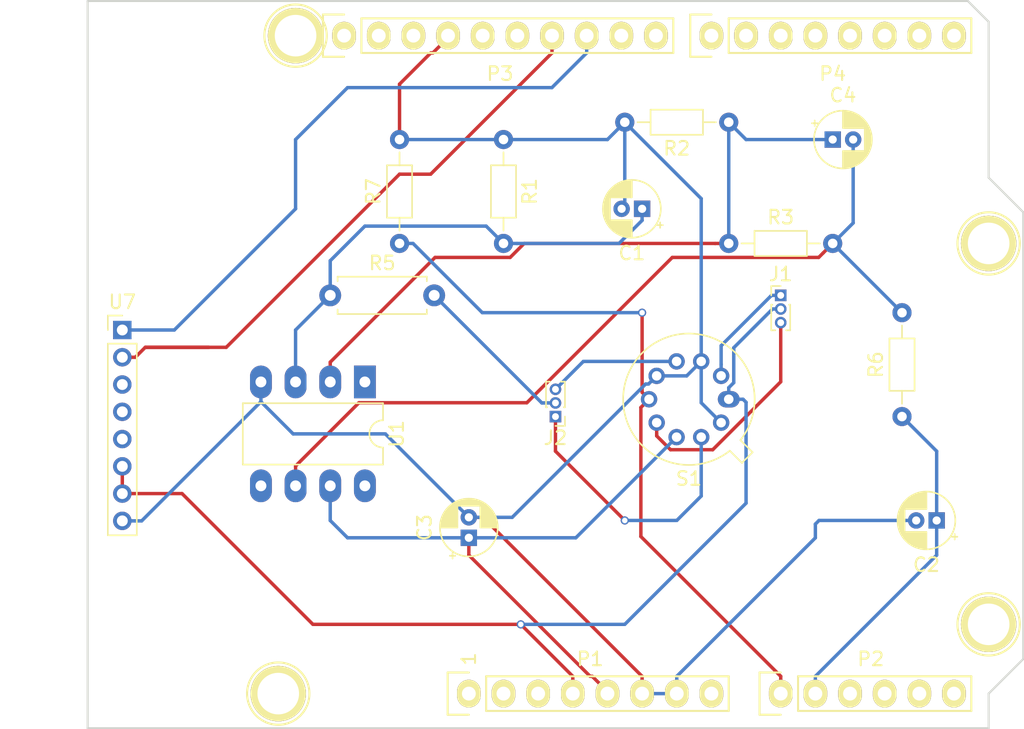
<source format=kicad_pcb>
(kicad_pcb (version 20171130) (host pcbnew "(5.1.5)-3")

  (general
    (thickness 1.6)
    (drawings 27)
    (tracks 149)
    (zones 0)
    (modules 23)
    (nets 48)
  )

  (page A4)
  (title_block
    (date "lun. 30 mars 2015")
  )

  (layers
    (0 F.Cu signal)
    (31 B.Cu signal)
    (32 B.Adhes user)
    (33 F.Adhes user)
    (34 B.Paste user)
    (35 F.Paste user)
    (36 B.SilkS user)
    (37 F.SilkS user)
    (38 B.Mask user)
    (39 F.Mask user)
    (40 Dwgs.User user)
    (41 Cmts.User user)
    (42 Eco1.User user)
    (43 Eco2.User user)
    (44 Edge.Cuts user)
    (45 Margin user)
    (46 B.CrtYd user)
    (47 F.CrtYd user)
    (48 B.Fab user)
    (49 F.Fab user)
  )

  (setup
    (last_trace_width 0.25)
    (trace_clearance 0.2)
    (zone_clearance 0.508)
    (zone_45_only no)
    (trace_min 0.2)
    (via_size 0.6)
    (via_drill 0.4)
    (via_min_size 0.4)
    (via_min_drill 0.3)
    (uvia_size 0.3)
    (uvia_drill 0.1)
    (uvias_allowed no)
    (uvia_min_size 0.2)
    (uvia_min_drill 0.1)
    (edge_width 0.15)
    (segment_width 0.15)
    (pcb_text_width 0.3)
    (pcb_text_size 1.5 1.5)
    (mod_edge_width 0.15)
    (mod_text_size 1 1)
    (mod_text_width 0.15)
    (pad_size 4.064 4.064)
    (pad_drill 3.048)
    (pad_to_mask_clearance 0)
    (aux_axis_origin 110.998 126.365)
    (grid_origin 110.998 126.365)
    (visible_elements 7FFFFFFF)
    (pcbplotparams
      (layerselection 0x00030_80000001)
      (usegerberextensions false)
      (usegerberattributes false)
      (usegerberadvancedattributes false)
      (creategerberjobfile false)
      (excludeedgelayer true)
      (linewidth 0.100000)
      (plotframeref false)
      (viasonmask false)
      (mode 1)
      (useauxorigin false)
      (hpglpennumber 1)
      (hpglpenspeed 20)
      (hpglpendiameter 15.000000)
      (psnegative false)
      (psa4output false)
      (plotreference true)
      (plotvalue true)
      (plotinvisibletext false)
      (padsonsilk false)
      (subtractmaskfromsilk false)
      (outputformat 1)
      (mirror false)
      (drillshape 1)
      (scaleselection 1)
      (outputdirectory ""))
  )

  (net 0 "")
  (net 1 /IOREF)
  (net 2 /Reset)
  (net 3 +5V)
  (net 4 GND)
  (net 5 /Vin)
  (net 6 /A0)
  (net 7 /A1)
  (net 8 /A3)
  (net 9 /AREF)
  (net 10 "/A4(SDA)")
  (net 11 "/9(**)")
  (net 12 /8)
  (net 13 /7)
  (net 14 "/6(**)")
  (net 15 "/5(**)")
  (net 16 /4)
  (net 17 "/3(**)")
  (net 18 /2)
  (net 19 "/1(Tx)")
  (net 20 "/0(Rx)")
  (net 21 "Net-(P5-Pad1)")
  (net 22 "Net-(P6-Pad1)")
  (net 23 "Net-(P7-Pad1)")
  (net 24 "Net-(P8-Pad1)")
  (net 25 "/13(SCK)")
  (net 26 "Net-(P1-Pad1)")
  (net 27 +3V3)
  (net 28 "/12(MISO)")
  (net 29 "Net-(U1-Pad1)")
  (net 30 "Net-(U1-Pad5)")
  (net 31 "Net-(U1-Pad8)")
  (net 32 "Net-(P2-Pad6)")
  (net 33 "Net-(C4-Pad1)")
  (net 34 "Net-(C4-Pad2)")
  (net 35 "Net-(C1-Pad1)")
  (net 36 "Net-(U7-Pad4)")
  (net 37 "Net-(U7-Pad3)")
  (net 38 /GazSensorRight_pin7)
  (net 39 /GazSensorLeft_pin2)
  (net 40 /GazSensorLeft_pin4)
  (net 41 /Rsens)
  (net 42 /GazSensorRight_pin9)
  (net 43 "Net-(P2-Pad3)")
  (net 44 /A5)
  (net 45 /A4)
  (net 46 /RX)
  (net 47 /TX)

  (net_class Default "This is the default net class."
    (clearance 0.2)
    (trace_width 0.25)
    (via_dia 0.6)
    (via_drill 0.4)
    (uvia_dia 0.3)
    (uvia_drill 0.1)
    (add_net +3V3)
    (add_net +5V)
    (add_net "/0(Rx)")
    (add_net "/1(Tx)")
    (add_net "/12(MISO)")
    (add_net "/13(SCK)")
    (add_net /2)
    (add_net "/3(**)")
    (add_net /4)
    (add_net "/5(**)")
    (add_net "/6(**)")
    (add_net /7)
    (add_net /8)
    (add_net "/9(**)")
    (add_net /A0)
    (add_net /A1)
    (add_net /A3)
    (add_net /A4)
    (add_net "/A4(SDA)")
    (add_net /A5)
    (add_net /AREF)
    (add_net /GazSensorLeft_pin2)
    (add_net /GazSensorLeft_pin4)
    (add_net /GazSensorRight_pin7)
    (add_net /GazSensorRight_pin9)
    (add_net /IOREF)
    (add_net /RX)
    (add_net /Reset)
    (add_net /Rsens)
    (add_net /TX)
    (add_net /Vin)
    (add_net GND)
    (add_net "Net-(C1-Pad1)")
    (add_net "Net-(C4-Pad1)")
    (add_net "Net-(C4-Pad2)")
    (add_net "Net-(P1-Pad1)")
    (add_net "Net-(P2-Pad3)")
    (add_net "Net-(P2-Pad6)")
    (add_net "Net-(P5-Pad1)")
    (add_net "Net-(P6-Pad1)")
    (add_net "Net-(P7-Pad1)")
    (add_net "Net-(P8-Pad1)")
    (add_net "Net-(U1-Pad1)")
    (add_net "Net-(U1-Pad5)")
    (add_net "Net-(U1-Pad8)")
    (add_net "Net-(U7-Pad3)")
    (add_net "Net-(U7-Pad4)")
  )

  (module Resistor_THT:R_Axial_DIN0204_L3.6mm_D1.6mm_P7.62mm_Horizontal (layer F.Cu) (tedit 5AE5139B) (tstamp 5E10FA67)
    (at 157.988 90.805)
    (descr "Resistor, Axial_DIN0204 series, Axial, Horizontal, pin pitch=7.62mm, 0.167W, length*diameter=3.6*1.6mm^2, http://cdn-reichelt.de/documents/datenblatt/B400/1_4W%23YAG.pdf")
    (tags "Resistor Axial_DIN0204 series Axial Horizontal pin pitch 7.62mm 0.167W length 3.6mm diameter 1.6mm")
    (path /5E081EEA)
    (fp_text reference R3 (at 3.81 -1.92) (layer F.SilkS)
      (effects (font (size 1 1) (thickness 0.15)))
    )
    (fp_text value 100k (at 3.81 1.92) (layer F.Fab)
      (effects (font (size 1 1) (thickness 0.15)))
    )
    (fp_text user %R (at 3.81 0) (layer F.Fab)
      (effects (font (size 0.72 0.72) (thickness 0.108)))
    )
    (fp_line (start 8.57 -1.05) (end -0.95 -1.05) (layer F.CrtYd) (width 0.05))
    (fp_line (start 8.57 1.05) (end 8.57 -1.05) (layer F.CrtYd) (width 0.05))
    (fp_line (start -0.95 1.05) (end 8.57 1.05) (layer F.CrtYd) (width 0.05))
    (fp_line (start -0.95 -1.05) (end -0.95 1.05) (layer F.CrtYd) (width 0.05))
    (fp_line (start 6.68 0) (end 5.73 0) (layer F.SilkS) (width 0.12))
    (fp_line (start 0.94 0) (end 1.89 0) (layer F.SilkS) (width 0.12))
    (fp_line (start 5.73 -0.92) (end 1.89 -0.92) (layer F.SilkS) (width 0.12))
    (fp_line (start 5.73 0.92) (end 5.73 -0.92) (layer F.SilkS) (width 0.12))
    (fp_line (start 1.89 0.92) (end 5.73 0.92) (layer F.SilkS) (width 0.12))
    (fp_line (start 1.89 -0.92) (end 1.89 0.92) (layer F.SilkS) (width 0.12))
    (fp_line (start 7.62 0) (end 5.61 0) (layer F.Fab) (width 0.1))
    (fp_line (start 0 0) (end 2.01 0) (layer F.Fab) (width 0.1))
    (fp_line (start 5.61 -0.8) (end 2.01 -0.8) (layer F.Fab) (width 0.1))
    (fp_line (start 5.61 0.8) (end 5.61 -0.8) (layer F.Fab) (width 0.1))
    (fp_line (start 2.01 0.8) (end 5.61 0.8) (layer F.Fab) (width 0.1))
    (fp_line (start 2.01 -0.8) (end 2.01 0.8) (layer F.Fab) (width 0.1))
    (pad 2 thru_hole oval (at 7.62 0) (size 1.4 1.4) (drill 0.7) (layers *.Cu *.Mask)
      (net 34 "Net-(C4-Pad2)"))
    (pad 1 thru_hole circle (at 0 0) (size 1.4 1.4) (drill 0.7) (layers *.Cu *.Mask)
      (net 33 "Net-(C4-Pad1)"))
    (model ${KISYS3DMOD}/Resistor_THT.3dshapes/R_Axial_DIN0204_L3.6mm_D1.6mm_P7.62mm_Horizontal.wrl
      (at (xyz 0 0 0))
      (scale (xyz 1 1 1))
      (rotate (xyz 0 0 0))
    )
  )

  (module Resistor_THT:R_Axial_DIN0204_L3.6mm_D1.6mm_P7.62mm_Horizontal (layer F.Cu) (tedit 5AE5139B) (tstamp 5E10FA95)
    (at 170.688 103.505 90)
    (descr "Resistor, Axial_DIN0204 series, Axial, Horizontal, pin pitch=7.62mm, 0.167W, length*diameter=3.6*1.6mm^2, http://cdn-reichelt.de/documents/datenblatt/B400/1_4W%23YAG.pdf")
    (tags "Resistor Axial_DIN0204 series Axial Horizontal pin pitch 7.62mm 0.167W length 3.6mm diameter 1.6mm")
    (path /5E081211)
    (fp_text reference R6 (at 3.81 -1.92 90) (layer F.SilkS)
      (effects (font (size 1 1) (thickness 0.15)))
    )
    (fp_text value 1k (at 3.81 1.92 90) (layer F.Fab)
      (effects (font (size 1 1) (thickness 0.15)))
    )
    (fp_text user %R (at 3.81 0 90) (layer F.Fab)
      (effects (font (size 0.72 0.72) (thickness 0.108)))
    )
    (fp_line (start 8.57 -1.05) (end -0.95 -1.05) (layer F.CrtYd) (width 0.05))
    (fp_line (start 8.57 1.05) (end 8.57 -1.05) (layer F.CrtYd) (width 0.05))
    (fp_line (start -0.95 1.05) (end 8.57 1.05) (layer F.CrtYd) (width 0.05))
    (fp_line (start -0.95 -1.05) (end -0.95 1.05) (layer F.CrtYd) (width 0.05))
    (fp_line (start 6.68 0) (end 5.73 0) (layer F.SilkS) (width 0.12))
    (fp_line (start 0.94 0) (end 1.89 0) (layer F.SilkS) (width 0.12))
    (fp_line (start 5.73 -0.92) (end 1.89 -0.92) (layer F.SilkS) (width 0.12))
    (fp_line (start 5.73 0.92) (end 5.73 -0.92) (layer F.SilkS) (width 0.12))
    (fp_line (start 1.89 0.92) (end 5.73 0.92) (layer F.SilkS) (width 0.12))
    (fp_line (start 1.89 -0.92) (end 1.89 0.92) (layer F.SilkS) (width 0.12))
    (fp_line (start 7.62 0) (end 5.61 0) (layer F.Fab) (width 0.1))
    (fp_line (start 0 0) (end 2.01 0) (layer F.Fab) (width 0.1))
    (fp_line (start 5.61 -0.8) (end 2.01 -0.8) (layer F.Fab) (width 0.1))
    (fp_line (start 5.61 0.8) (end 5.61 -0.8) (layer F.Fab) (width 0.1))
    (fp_line (start 2.01 0.8) (end 5.61 0.8) (layer F.Fab) (width 0.1))
    (fp_line (start 2.01 -0.8) (end 2.01 0.8) (layer F.Fab) (width 0.1))
    (pad 2 thru_hole oval (at 7.62 0 90) (size 1.4 1.4) (drill 0.7) (layers *.Cu *.Mask)
      (net 34 "Net-(C4-Pad2)"))
    (pad 1 thru_hole circle (at 0 0 90) (size 1.4 1.4) (drill 0.7) (layers *.Cu *.Mask)
      (net 7 /A1))
    (model ${KISYS3DMOD}/Resistor_THT.3dshapes/R_Axial_DIN0204_L3.6mm_D1.6mm_P7.62mm_Horizontal.wrl
      (at (xyz 0 0 0))
      (scale (xyz 1 1 1))
      (rotate (xyz 0 0 0))
    )
  )

  (module Capacitor_THT:CP_Radial_D4.0mm_P1.50mm (layer F.Cu) (tedit 5AE50EF0) (tstamp 5E10F918)
    (at 165.608 83.185)
    (descr "CP, Radial series, Radial, pin pitch=1.50mm, , diameter=4mm, Electrolytic Capacitor")
    (tags "CP Radial series Radial pin pitch 1.50mm  diameter 4mm Electrolytic Capacitor")
    (path /5E094201)
    (fp_text reference C4 (at 0.75 -3.25) (layer F.SilkS)
      (effects (font (size 1 1) (thickness 0.15)))
    )
    (fp_text value 1µ (at 0.75 3.25) (layer F.Fab)
      (effects (font (size 1 1) (thickness 0.15)))
    )
    (fp_text user %R (at 0.75 0) (layer F.Fab)
      (effects (font (size 0.8 0.8) (thickness 0.12)))
    )
    (fp_line (start -1.319801 -1.395) (end -1.319801 -0.995) (layer F.SilkS) (width 0.12))
    (fp_line (start -1.519801 -1.195) (end -1.119801 -1.195) (layer F.SilkS) (width 0.12))
    (fp_line (start 2.831 -0.37) (end 2.831 0.37) (layer F.SilkS) (width 0.12))
    (fp_line (start 2.791 -0.537) (end 2.791 0.537) (layer F.SilkS) (width 0.12))
    (fp_line (start 2.751 -0.664) (end 2.751 0.664) (layer F.SilkS) (width 0.12))
    (fp_line (start 2.711 -0.768) (end 2.711 0.768) (layer F.SilkS) (width 0.12))
    (fp_line (start 2.671 -0.859) (end 2.671 0.859) (layer F.SilkS) (width 0.12))
    (fp_line (start 2.631 -0.94) (end 2.631 0.94) (layer F.SilkS) (width 0.12))
    (fp_line (start 2.591 -1.013) (end 2.591 1.013) (layer F.SilkS) (width 0.12))
    (fp_line (start 2.551 -1.08) (end 2.551 1.08) (layer F.SilkS) (width 0.12))
    (fp_line (start 2.511 -1.142) (end 2.511 1.142) (layer F.SilkS) (width 0.12))
    (fp_line (start 2.471 -1.2) (end 2.471 1.2) (layer F.SilkS) (width 0.12))
    (fp_line (start 2.431 -1.254) (end 2.431 1.254) (layer F.SilkS) (width 0.12))
    (fp_line (start 2.391 -1.304) (end 2.391 1.304) (layer F.SilkS) (width 0.12))
    (fp_line (start 2.351 -1.351) (end 2.351 1.351) (layer F.SilkS) (width 0.12))
    (fp_line (start 2.311 0.84) (end 2.311 1.396) (layer F.SilkS) (width 0.12))
    (fp_line (start 2.311 -1.396) (end 2.311 -0.84) (layer F.SilkS) (width 0.12))
    (fp_line (start 2.271 0.84) (end 2.271 1.438) (layer F.SilkS) (width 0.12))
    (fp_line (start 2.271 -1.438) (end 2.271 -0.84) (layer F.SilkS) (width 0.12))
    (fp_line (start 2.231 0.84) (end 2.231 1.478) (layer F.SilkS) (width 0.12))
    (fp_line (start 2.231 -1.478) (end 2.231 -0.84) (layer F.SilkS) (width 0.12))
    (fp_line (start 2.191 0.84) (end 2.191 1.516) (layer F.SilkS) (width 0.12))
    (fp_line (start 2.191 -1.516) (end 2.191 -0.84) (layer F.SilkS) (width 0.12))
    (fp_line (start 2.151 0.84) (end 2.151 1.552) (layer F.SilkS) (width 0.12))
    (fp_line (start 2.151 -1.552) (end 2.151 -0.84) (layer F.SilkS) (width 0.12))
    (fp_line (start 2.111 0.84) (end 2.111 1.587) (layer F.SilkS) (width 0.12))
    (fp_line (start 2.111 -1.587) (end 2.111 -0.84) (layer F.SilkS) (width 0.12))
    (fp_line (start 2.071 0.84) (end 2.071 1.619) (layer F.SilkS) (width 0.12))
    (fp_line (start 2.071 -1.619) (end 2.071 -0.84) (layer F.SilkS) (width 0.12))
    (fp_line (start 2.031 0.84) (end 2.031 1.65) (layer F.SilkS) (width 0.12))
    (fp_line (start 2.031 -1.65) (end 2.031 -0.84) (layer F.SilkS) (width 0.12))
    (fp_line (start 1.991 0.84) (end 1.991 1.68) (layer F.SilkS) (width 0.12))
    (fp_line (start 1.991 -1.68) (end 1.991 -0.84) (layer F.SilkS) (width 0.12))
    (fp_line (start 1.951 0.84) (end 1.951 1.708) (layer F.SilkS) (width 0.12))
    (fp_line (start 1.951 -1.708) (end 1.951 -0.84) (layer F.SilkS) (width 0.12))
    (fp_line (start 1.911 0.84) (end 1.911 1.735) (layer F.SilkS) (width 0.12))
    (fp_line (start 1.911 -1.735) (end 1.911 -0.84) (layer F.SilkS) (width 0.12))
    (fp_line (start 1.871 0.84) (end 1.871 1.76) (layer F.SilkS) (width 0.12))
    (fp_line (start 1.871 -1.76) (end 1.871 -0.84) (layer F.SilkS) (width 0.12))
    (fp_line (start 1.831 0.84) (end 1.831 1.785) (layer F.SilkS) (width 0.12))
    (fp_line (start 1.831 -1.785) (end 1.831 -0.84) (layer F.SilkS) (width 0.12))
    (fp_line (start 1.791 0.84) (end 1.791 1.808) (layer F.SilkS) (width 0.12))
    (fp_line (start 1.791 -1.808) (end 1.791 -0.84) (layer F.SilkS) (width 0.12))
    (fp_line (start 1.751 0.84) (end 1.751 1.83) (layer F.SilkS) (width 0.12))
    (fp_line (start 1.751 -1.83) (end 1.751 -0.84) (layer F.SilkS) (width 0.12))
    (fp_line (start 1.711 0.84) (end 1.711 1.851) (layer F.SilkS) (width 0.12))
    (fp_line (start 1.711 -1.851) (end 1.711 -0.84) (layer F.SilkS) (width 0.12))
    (fp_line (start 1.671 0.84) (end 1.671 1.87) (layer F.SilkS) (width 0.12))
    (fp_line (start 1.671 -1.87) (end 1.671 -0.84) (layer F.SilkS) (width 0.12))
    (fp_line (start 1.631 0.84) (end 1.631 1.889) (layer F.SilkS) (width 0.12))
    (fp_line (start 1.631 -1.889) (end 1.631 -0.84) (layer F.SilkS) (width 0.12))
    (fp_line (start 1.591 0.84) (end 1.591 1.907) (layer F.SilkS) (width 0.12))
    (fp_line (start 1.591 -1.907) (end 1.591 -0.84) (layer F.SilkS) (width 0.12))
    (fp_line (start 1.551 0.84) (end 1.551 1.924) (layer F.SilkS) (width 0.12))
    (fp_line (start 1.551 -1.924) (end 1.551 -0.84) (layer F.SilkS) (width 0.12))
    (fp_line (start 1.511 0.84) (end 1.511 1.94) (layer F.SilkS) (width 0.12))
    (fp_line (start 1.511 -1.94) (end 1.511 -0.84) (layer F.SilkS) (width 0.12))
    (fp_line (start 1.471 0.84) (end 1.471 1.954) (layer F.SilkS) (width 0.12))
    (fp_line (start 1.471 -1.954) (end 1.471 -0.84) (layer F.SilkS) (width 0.12))
    (fp_line (start 1.43 0.84) (end 1.43 1.968) (layer F.SilkS) (width 0.12))
    (fp_line (start 1.43 -1.968) (end 1.43 -0.84) (layer F.SilkS) (width 0.12))
    (fp_line (start 1.39 0.84) (end 1.39 1.982) (layer F.SilkS) (width 0.12))
    (fp_line (start 1.39 -1.982) (end 1.39 -0.84) (layer F.SilkS) (width 0.12))
    (fp_line (start 1.35 0.84) (end 1.35 1.994) (layer F.SilkS) (width 0.12))
    (fp_line (start 1.35 -1.994) (end 1.35 -0.84) (layer F.SilkS) (width 0.12))
    (fp_line (start 1.31 0.84) (end 1.31 2.005) (layer F.SilkS) (width 0.12))
    (fp_line (start 1.31 -2.005) (end 1.31 -0.84) (layer F.SilkS) (width 0.12))
    (fp_line (start 1.27 0.84) (end 1.27 2.016) (layer F.SilkS) (width 0.12))
    (fp_line (start 1.27 -2.016) (end 1.27 -0.84) (layer F.SilkS) (width 0.12))
    (fp_line (start 1.23 0.84) (end 1.23 2.025) (layer F.SilkS) (width 0.12))
    (fp_line (start 1.23 -2.025) (end 1.23 -0.84) (layer F.SilkS) (width 0.12))
    (fp_line (start 1.19 0.84) (end 1.19 2.034) (layer F.SilkS) (width 0.12))
    (fp_line (start 1.19 -2.034) (end 1.19 -0.84) (layer F.SilkS) (width 0.12))
    (fp_line (start 1.15 0.84) (end 1.15 2.042) (layer F.SilkS) (width 0.12))
    (fp_line (start 1.15 -2.042) (end 1.15 -0.84) (layer F.SilkS) (width 0.12))
    (fp_line (start 1.11 0.84) (end 1.11 2.05) (layer F.SilkS) (width 0.12))
    (fp_line (start 1.11 -2.05) (end 1.11 -0.84) (layer F.SilkS) (width 0.12))
    (fp_line (start 1.07 0.84) (end 1.07 2.056) (layer F.SilkS) (width 0.12))
    (fp_line (start 1.07 -2.056) (end 1.07 -0.84) (layer F.SilkS) (width 0.12))
    (fp_line (start 1.03 0.84) (end 1.03 2.062) (layer F.SilkS) (width 0.12))
    (fp_line (start 1.03 -2.062) (end 1.03 -0.84) (layer F.SilkS) (width 0.12))
    (fp_line (start 0.99 0.84) (end 0.99 2.067) (layer F.SilkS) (width 0.12))
    (fp_line (start 0.99 -2.067) (end 0.99 -0.84) (layer F.SilkS) (width 0.12))
    (fp_line (start 0.95 0.84) (end 0.95 2.071) (layer F.SilkS) (width 0.12))
    (fp_line (start 0.95 -2.071) (end 0.95 -0.84) (layer F.SilkS) (width 0.12))
    (fp_line (start 0.91 0.84) (end 0.91 2.074) (layer F.SilkS) (width 0.12))
    (fp_line (start 0.91 -2.074) (end 0.91 -0.84) (layer F.SilkS) (width 0.12))
    (fp_line (start 0.87 0.84) (end 0.87 2.077) (layer F.SilkS) (width 0.12))
    (fp_line (start 0.87 -2.077) (end 0.87 -0.84) (layer F.SilkS) (width 0.12))
    (fp_line (start 0.83 -2.079) (end 0.83 -0.84) (layer F.SilkS) (width 0.12))
    (fp_line (start 0.83 0.84) (end 0.83 2.079) (layer F.SilkS) (width 0.12))
    (fp_line (start 0.79 -2.08) (end 0.79 -0.84) (layer F.SilkS) (width 0.12))
    (fp_line (start 0.79 0.84) (end 0.79 2.08) (layer F.SilkS) (width 0.12))
    (fp_line (start 0.75 -2.08) (end 0.75 -0.84) (layer F.SilkS) (width 0.12))
    (fp_line (start 0.75 0.84) (end 0.75 2.08) (layer F.SilkS) (width 0.12))
    (fp_line (start -0.752554 -1.0675) (end -0.752554 -0.6675) (layer F.Fab) (width 0.1))
    (fp_line (start -0.952554 -0.8675) (end -0.552554 -0.8675) (layer F.Fab) (width 0.1))
    (fp_circle (center 0.75 0) (end 3 0) (layer F.CrtYd) (width 0.05))
    (fp_circle (center 0.75 0) (end 2.87 0) (layer F.SilkS) (width 0.12))
    (fp_circle (center 0.75 0) (end 2.75 0) (layer F.Fab) (width 0.1))
    (pad 2 thru_hole circle (at 1.5 0) (size 1.2 1.2) (drill 0.6) (layers *.Cu *.Mask)
      (net 34 "Net-(C4-Pad2)"))
    (pad 1 thru_hole rect (at 0 0) (size 1.2 1.2) (drill 0.6) (layers *.Cu *.Mask)
      (net 33 "Net-(C4-Pad1)"))
    (model ${KISYS3DMOD}/Capacitor_THT.3dshapes/CP_Radial_D4.0mm_P1.50mm.wrl
      (at (xyz 0 0 0))
      (scale (xyz 1 1 1))
      (rotate (xyz 0 0 0))
    )
  )

  (module Resistor_THT:R_Axial_DIN0204_L3.6mm_D1.6mm_P7.62mm_Horizontal (layer F.Cu) (tedit 5AE5139B) (tstamp 5E10FA39)
    (at 141.478 83.185 270)
    (descr "Resistor, Axial_DIN0204 series, Axial, Horizontal, pin pitch=7.62mm, 0.167W, length*diameter=3.6*1.6mm^2, http://cdn-reichelt.de/documents/datenblatt/B400/1_4W%23YAG.pdf")
    (tags "Resistor Axial_DIN0204 series Axial Horizontal pin pitch 7.62mm 0.167W length 3.6mm diameter 1.6mm")
    (path /5E07FFDD)
    (fp_text reference R1 (at 3.81 -1.92 90) (layer F.SilkS)
      (effects (font (size 1 1) (thickness 0.15)))
    )
    (fp_text value 100k (at 3.81 1.92 90) (layer F.Fab)
      (effects (font (size 1 1) (thickness 0.15)))
    )
    (fp_text user %R (at 3.81 0 90) (layer F.Fab)
      (effects (font (size 0.72 0.72) (thickness 0.108)))
    )
    (fp_line (start 8.57 -1.05) (end -0.95 -1.05) (layer F.CrtYd) (width 0.05))
    (fp_line (start 8.57 1.05) (end 8.57 -1.05) (layer F.CrtYd) (width 0.05))
    (fp_line (start -0.95 1.05) (end 8.57 1.05) (layer F.CrtYd) (width 0.05))
    (fp_line (start -0.95 -1.05) (end -0.95 1.05) (layer F.CrtYd) (width 0.05))
    (fp_line (start 6.68 0) (end 5.73 0) (layer F.SilkS) (width 0.12))
    (fp_line (start 0.94 0) (end 1.89 0) (layer F.SilkS) (width 0.12))
    (fp_line (start 5.73 -0.92) (end 1.89 -0.92) (layer F.SilkS) (width 0.12))
    (fp_line (start 5.73 0.92) (end 5.73 -0.92) (layer F.SilkS) (width 0.12))
    (fp_line (start 1.89 0.92) (end 5.73 0.92) (layer F.SilkS) (width 0.12))
    (fp_line (start 1.89 -0.92) (end 1.89 0.92) (layer F.SilkS) (width 0.12))
    (fp_line (start 7.62 0) (end 5.61 0) (layer F.Fab) (width 0.1))
    (fp_line (start 0 0) (end 2.01 0) (layer F.Fab) (width 0.1))
    (fp_line (start 5.61 -0.8) (end 2.01 -0.8) (layer F.Fab) (width 0.1))
    (fp_line (start 5.61 0.8) (end 5.61 -0.8) (layer F.Fab) (width 0.1))
    (fp_line (start 2.01 0.8) (end 5.61 0.8) (layer F.Fab) (width 0.1))
    (fp_line (start 2.01 -0.8) (end 2.01 0.8) (layer F.Fab) (width 0.1))
    (pad 2 thru_hole oval (at 7.62 0 270) (size 1.4 1.4) (drill 0.7) (layers *.Cu *.Mask)
      (net 35 "Net-(C1-Pad1)"))
    (pad 1 thru_hole circle (at 0 0 270) (size 1.4 1.4) (drill 0.7) (layers *.Cu *.Mask)
      (net 4 GND))
    (model ${KISYS3DMOD}/Resistor_THT.3dshapes/R_Axial_DIN0204_L3.6mm_D1.6mm_P7.62mm_Horizontal.wrl
      (at (xyz 0 0 0))
      (scale (xyz 1 1 1))
      (rotate (xyz 0 0 0))
    )
  )

  (module Capacitor_THT:CP_Radial_D4.0mm_P1.50mm (layer F.Cu) (tedit 5AE50EF0) (tstamp 5E10F842)
    (at 173.228 111.125 180)
    (descr "CP, Radial series, Radial, pin pitch=1.50mm, , diameter=4mm, Electrolytic Capacitor")
    (tags "CP Radial series Radial pin pitch 1.50mm  diameter 4mm Electrolytic Capacitor")
    (path /5E07D37D)
    (fp_text reference C2 (at 0.75 -3.25) (layer F.SilkS)
      (effects (font (size 1 1) (thickness 0.15)))
    )
    (fp_text value 100n (at 0.75 3.25) (layer F.Fab)
      (effects (font (size 1 1) (thickness 0.15)))
    )
    (fp_text user %R (at 0.75 0) (layer F.Fab)
      (effects (font (size 0.8 0.8) (thickness 0.12)))
    )
    (fp_line (start -1.319801 -1.395) (end -1.319801 -0.995) (layer F.SilkS) (width 0.12))
    (fp_line (start -1.519801 -1.195) (end -1.119801 -1.195) (layer F.SilkS) (width 0.12))
    (fp_line (start 2.831 -0.37) (end 2.831 0.37) (layer F.SilkS) (width 0.12))
    (fp_line (start 2.791 -0.537) (end 2.791 0.537) (layer F.SilkS) (width 0.12))
    (fp_line (start 2.751 -0.664) (end 2.751 0.664) (layer F.SilkS) (width 0.12))
    (fp_line (start 2.711 -0.768) (end 2.711 0.768) (layer F.SilkS) (width 0.12))
    (fp_line (start 2.671 -0.859) (end 2.671 0.859) (layer F.SilkS) (width 0.12))
    (fp_line (start 2.631 -0.94) (end 2.631 0.94) (layer F.SilkS) (width 0.12))
    (fp_line (start 2.591 -1.013) (end 2.591 1.013) (layer F.SilkS) (width 0.12))
    (fp_line (start 2.551 -1.08) (end 2.551 1.08) (layer F.SilkS) (width 0.12))
    (fp_line (start 2.511 -1.142) (end 2.511 1.142) (layer F.SilkS) (width 0.12))
    (fp_line (start 2.471 -1.2) (end 2.471 1.2) (layer F.SilkS) (width 0.12))
    (fp_line (start 2.431 -1.254) (end 2.431 1.254) (layer F.SilkS) (width 0.12))
    (fp_line (start 2.391 -1.304) (end 2.391 1.304) (layer F.SilkS) (width 0.12))
    (fp_line (start 2.351 -1.351) (end 2.351 1.351) (layer F.SilkS) (width 0.12))
    (fp_line (start 2.311 0.84) (end 2.311 1.396) (layer F.SilkS) (width 0.12))
    (fp_line (start 2.311 -1.396) (end 2.311 -0.84) (layer F.SilkS) (width 0.12))
    (fp_line (start 2.271 0.84) (end 2.271 1.438) (layer F.SilkS) (width 0.12))
    (fp_line (start 2.271 -1.438) (end 2.271 -0.84) (layer F.SilkS) (width 0.12))
    (fp_line (start 2.231 0.84) (end 2.231 1.478) (layer F.SilkS) (width 0.12))
    (fp_line (start 2.231 -1.478) (end 2.231 -0.84) (layer F.SilkS) (width 0.12))
    (fp_line (start 2.191 0.84) (end 2.191 1.516) (layer F.SilkS) (width 0.12))
    (fp_line (start 2.191 -1.516) (end 2.191 -0.84) (layer F.SilkS) (width 0.12))
    (fp_line (start 2.151 0.84) (end 2.151 1.552) (layer F.SilkS) (width 0.12))
    (fp_line (start 2.151 -1.552) (end 2.151 -0.84) (layer F.SilkS) (width 0.12))
    (fp_line (start 2.111 0.84) (end 2.111 1.587) (layer F.SilkS) (width 0.12))
    (fp_line (start 2.111 -1.587) (end 2.111 -0.84) (layer F.SilkS) (width 0.12))
    (fp_line (start 2.071 0.84) (end 2.071 1.619) (layer F.SilkS) (width 0.12))
    (fp_line (start 2.071 -1.619) (end 2.071 -0.84) (layer F.SilkS) (width 0.12))
    (fp_line (start 2.031 0.84) (end 2.031 1.65) (layer F.SilkS) (width 0.12))
    (fp_line (start 2.031 -1.65) (end 2.031 -0.84) (layer F.SilkS) (width 0.12))
    (fp_line (start 1.991 0.84) (end 1.991 1.68) (layer F.SilkS) (width 0.12))
    (fp_line (start 1.991 -1.68) (end 1.991 -0.84) (layer F.SilkS) (width 0.12))
    (fp_line (start 1.951 0.84) (end 1.951 1.708) (layer F.SilkS) (width 0.12))
    (fp_line (start 1.951 -1.708) (end 1.951 -0.84) (layer F.SilkS) (width 0.12))
    (fp_line (start 1.911 0.84) (end 1.911 1.735) (layer F.SilkS) (width 0.12))
    (fp_line (start 1.911 -1.735) (end 1.911 -0.84) (layer F.SilkS) (width 0.12))
    (fp_line (start 1.871 0.84) (end 1.871 1.76) (layer F.SilkS) (width 0.12))
    (fp_line (start 1.871 -1.76) (end 1.871 -0.84) (layer F.SilkS) (width 0.12))
    (fp_line (start 1.831 0.84) (end 1.831 1.785) (layer F.SilkS) (width 0.12))
    (fp_line (start 1.831 -1.785) (end 1.831 -0.84) (layer F.SilkS) (width 0.12))
    (fp_line (start 1.791 0.84) (end 1.791 1.808) (layer F.SilkS) (width 0.12))
    (fp_line (start 1.791 -1.808) (end 1.791 -0.84) (layer F.SilkS) (width 0.12))
    (fp_line (start 1.751 0.84) (end 1.751 1.83) (layer F.SilkS) (width 0.12))
    (fp_line (start 1.751 -1.83) (end 1.751 -0.84) (layer F.SilkS) (width 0.12))
    (fp_line (start 1.711 0.84) (end 1.711 1.851) (layer F.SilkS) (width 0.12))
    (fp_line (start 1.711 -1.851) (end 1.711 -0.84) (layer F.SilkS) (width 0.12))
    (fp_line (start 1.671 0.84) (end 1.671 1.87) (layer F.SilkS) (width 0.12))
    (fp_line (start 1.671 -1.87) (end 1.671 -0.84) (layer F.SilkS) (width 0.12))
    (fp_line (start 1.631 0.84) (end 1.631 1.889) (layer F.SilkS) (width 0.12))
    (fp_line (start 1.631 -1.889) (end 1.631 -0.84) (layer F.SilkS) (width 0.12))
    (fp_line (start 1.591 0.84) (end 1.591 1.907) (layer F.SilkS) (width 0.12))
    (fp_line (start 1.591 -1.907) (end 1.591 -0.84) (layer F.SilkS) (width 0.12))
    (fp_line (start 1.551 0.84) (end 1.551 1.924) (layer F.SilkS) (width 0.12))
    (fp_line (start 1.551 -1.924) (end 1.551 -0.84) (layer F.SilkS) (width 0.12))
    (fp_line (start 1.511 0.84) (end 1.511 1.94) (layer F.SilkS) (width 0.12))
    (fp_line (start 1.511 -1.94) (end 1.511 -0.84) (layer F.SilkS) (width 0.12))
    (fp_line (start 1.471 0.84) (end 1.471 1.954) (layer F.SilkS) (width 0.12))
    (fp_line (start 1.471 -1.954) (end 1.471 -0.84) (layer F.SilkS) (width 0.12))
    (fp_line (start 1.43 0.84) (end 1.43 1.968) (layer F.SilkS) (width 0.12))
    (fp_line (start 1.43 -1.968) (end 1.43 -0.84) (layer F.SilkS) (width 0.12))
    (fp_line (start 1.39 0.84) (end 1.39 1.982) (layer F.SilkS) (width 0.12))
    (fp_line (start 1.39 -1.982) (end 1.39 -0.84) (layer F.SilkS) (width 0.12))
    (fp_line (start 1.35 0.84) (end 1.35 1.994) (layer F.SilkS) (width 0.12))
    (fp_line (start 1.35 -1.994) (end 1.35 -0.84) (layer F.SilkS) (width 0.12))
    (fp_line (start 1.31 0.84) (end 1.31 2.005) (layer F.SilkS) (width 0.12))
    (fp_line (start 1.31 -2.005) (end 1.31 -0.84) (layer F.SilkS) (width 0.12))
    (fp_line (start 1.27 0.84) (end 1.27 2.016) (layer F.SilkS) (width 0.12))
    (fp_line (start 1.27 -2.016) (end 1.27 -0.84) (layer F.SilkS) (width 0.12))
    (fp_line (start 1.23 0.84) (end 1.23 2.025) (layer F.SilkS) (width 0.12))
    (fp_line (start 1.23 -2.025) (end 1.23 -0.84) (layer F.SilkS) (width 0.12))
    (fp_line (start 1.19 0.84) (end 1.19 2.034) (layer F.SilkS) (width 0.12))
    (fp_line (start 1.19 -2.034) (end 1.19 -0.84) (layer F.SilkS) (width 0.12))
    (fp_line (start 1.15 0.84) (end 1.15 2.042) (layer F.SilkS) (width 0.12))
    (fp_line (start 1.15 -2.042) (end 1.15 -0.84) (layer F.SilkS) (width 0.12))
    (fp_line (start 1.11 0.84) (end 1.11 2.05) (layer F.SilkS) (width 0.12))
    (fp_line (start 1.11 -2.05) (end 1.11 -0.84) (layer F.SilkS) (width 0.12))
    (fp_line (start 1.07 0.84) (end 1.07 2.056) (layer F.SilkS) (width 0.12))
    (fp_line (start 1.07 -2.056) (end 1.07 -0.84) (layer F.SilkS) (width 0.12))
    (fp_line (start 1.03 0.84) (end 1.03 2.062) (layer F.SilkS) (width 0.12))
    (fp_line (start 1.03 -2.062) (end 1.03 -0.84) (layer F.SilkS) (width 0.12))
    (fp_line (start 0.99 0.84) (end 0.99 2.067) (layer F.SilkS) (width 0.12))
    (fp_line (start 0.99 -2.067) (end 0.99 -0.84) (layer F.SilkS) (width 0.12))
    (fp_line (start 0.95 0.84) (end 0.95 2.071) (layer F.SilkS) (width 0.12))
    (fp_line (start 0.95 -2.071) (end 0.95 -0.84) (layer F.SilkS) (width 0.12))
    (fp_line (start 0.91 0.84) (end 0.91 2.074) (layer F.SilkS) (width 0.12))
    (fp_line (start 0.91 -2.074) (end 0.91 -0.84) (layer F.SilkS) (width 0.12))
    (fp_line (start 0.87 0.84) (end 0.87 2.077) (layer F.SilkS) (width 0.12))
    (fp_line (start 0.87 -2.077) (end 0.87 -0.84) (layer F.SilkS) (width 0.12))
    (fp_line (start 0.83 -2.079) (end 0.83 -0.84) (layer F.SilkS) (width 0.12))
    (fp_line (start 0.83 0.84) (end 0.83 2.079) (layer F.SilkS) (width 0.12))
    (fp_line (start 0.79 -2.08) (end 0.79 -0.84) (layer F.SilkS) (width 0.12))
    (fp_line (start 0.79 0.84) (end 0.79 2.08) (layer F.SilkS) (width 0.12))
    (fp_line (start 0.75 -2.08) (end 0.75 -0.84) (layer F.SilkS) (width 0.12))
    (fp_line (start 0.75 0.84) (end 0.75 2.08) (layer F.SilkS) (width 0.12))
    (fp_line (start -0.752554 -1.0675) (end -0.752554 -0.6675) (layer F.Fab) (width 0.1))
    (fp_line (start -0.952554 -0.8675) (end -0.552554 -0.8675) (layer F.Fab) (width 0.1))
    (fp_circle (center 0.75 0) (end 3 0) (layer F.CrtYd) (width 0.05))
    (fp_circle (center 0.75 0) (end 2.87 0) (layer F.SilkS) (width 0.12))
    (fp_circle (center 0.75 0) (end 2.75 0) (layer F.Fab) (width 0.1))
    (pad 2 thru_hole circle (at 1.5 0 180) (size 1.2 1.2) (drill 0.6) (layers *.Cu *.Mask)
      (net 4 GND))
    (pad 1 thru_hole rect (at 0 0 180) (size 1.2 1.2) (drill 0.6) (layers *.Cu *.Mask)
      (net 7 /A1))
    (model ${KISYS3DMOD}/Capacitor_THT.3dshapes/CP_Radial_D4.0mm_P1.50mm.wrl
      (at (xyz 0 0 0))
      (scale (xyz 1 1 1))
      (rotate (xyz 0 0 0))
    )
  )

  (module Connector_PinHeader_1.00mm:PinHeader_1x03_P1.00mm_Vertical (layer F.Cu) (tedit 59FED738) (tstamp 5E10F94A)
    (at 145.288 103.505 180)
    (descr "Through hole straight pin header, 1x03, 1.00mm pitch, single row")
    (tags "Through hole pin header THT 1x03 1.00mm single row")
    (path /5DE6FF9D)
    (fp_text reference J2 (at 0 -1.56 180) (layer F.SilkS)
      (effects (font (size 1 1) (thickness 0.15)))
    )
    (fp_text value SelectGazSensor (at 0 3.56) (layer F.Fab)
      (effects (font (size 1 1) (thickness 0.15)))
    )
    (fp_text user %R (at 0 1 90) (layer F.Fab)
      (effects (font (size 0.76 0.76) (thickness 0.114)))
    )
    (fp_line (start 1.15 -1) (end -1.15 -1) (layer F.CrtYd) (width 0.05))
    (fp_line (start 1.15 3) (end 1.15 -1) (layer F.CrtYd) (width 0.05))
    (fp_line (start -1.15 3) (end 1.15 3) (layer F.CrtYd) (width 0.05))
    (fp_line (start -1.15 -1) (end -1.15 3) (layer F.CrtYd) (width 0.05))
    (fp_line (start -0.695 -0.685) (end 0 -0.685) (layer F.SilkS) (width 0.12))
    (fp_line (start -0.695 0) (end -0.695 -0.685) (layer F.SilkS) (width 0.12))
    (fp_line (start 0.608276 0.685) (end 0.695 0.685) (layer F.SilkS) (width 0.12))
    (fp_line (start -0.695 0.685) (end -0.608276 0.685) (layer F.SilkS) (width 0.12))
    (fp_line (start 0.695 0.685) (end 0.695 2.56) (layer F.SilkS) (width 0.12))
    (fp_line (start -0.695 0.685) (end -0.695 2.56) (layer F.SilkS) (width 0.12))
    (fp_line (start 0.394493 2.56) (end 0.695 2.56) (layer F.SilkS) (width 0.12))
    (fp_line (start -0.695 2.56) (end -0.394493 2.56) (layer F.SilkS) (width 0.12))
    (fp_line (start -0.635 -0.1825) (end -0.3175 -0.5) (layer F.Fab) (width 0.1))
    (fp_line (start -0.635 2.5) (end -0.635 -0.1825) (layer F.Fab) (width 0.1))
    (fp_line (start 0.635 2.5) (end -0.635 2.5) (layer F.Fab) (width 0.1))
    (fp_line (start 0.635 -0.5) (end 0.635 2.5) (layer F.Fab) (width 0.1))
    (fp_line (start -0.3175 -0.5) (end 0.635 -0.5) (layer F.Fab) (width 0.1))
    (pad 3 thru_hole oval (at 0 2 180) (size 0.85 0.85) (drill 0.5) (layers *.Cu *.Mask)
      (net 40 /GazSensorLeft_pin4))
    (pad 2 thru_hole oval (at 0 1 180) (size 0.85 0.85) (drill 0.5) (layers *.Cu *.Mask)
      (net 41 /Rsens))
    (pad 1 thru_hole rect (at 0 0 180) (size 0.85 0.85) (drill 0.5) (layers *.Cu *.Mask)
      (net 42 /GazSensorRight_pin9))
    (model ${KISYS3DMOD}/Connector_PinHeader_1.00mm.3dshapes/PinHeader_1x03_P1.00mm_Vertical.wrl
      (at (xyz 0 0 0))
      (scale (xyz 1 1 1))
      (rotate (xyz 0 0 0))
    )
  )

  (module Resistor_THT:R_Axial_DIN0207_L6.3mm_D2.5mm_P7.62mm_Horizontal (layer F.Cu) (tedit 5AE5139B) (tstamp 5E10FA7E)
    (at 128.778 94.615)
    (descr "Resistor, Axial_DIN0207 series, Axial, Horizontal, pin pitch=7.62mm, 0.25W = 1/4W, length*diameter=6.3*2.5mm^2, http://cdn-reichelt.de/documents/datenblatt/B400/1_4W%23YAG.pdf")
    (tags "Resistor Axial_DIN0207 series Axial Horizontal pin pitch 7.62mm 0.25W = 1/4W length 6.3mm diameter 2.5mm")
    (path /5E07F93E)
    (fp_text reference R5 (at 3.81 -2.37) (layer F.SilkS)
      (effects (font (size 1 1) (thickness 0.15)))
    )
    (fp_text value 10k (at 3.81 2.37) (layer F.Fab)
      (effects (font (size 1 1) (thickness 0.15)))
    )
    (fp_text user %R (at 3.81 0 180) (layer F.Fab)
      (effects (font (size 1 1) (thickness 0.15)))
    )
    (fp_line (start 8.67 -1.5) (end -1.05 -1.5) (layer F.CrtYd) (width 0.05))
    (fp_line (start 8.67 1.5) (end 8.67 -1.5) (layer F.CrtYd) (width 0.05))
    (fp_line (start -1.05 1.5) (end 8.67 1.5) (layer F.CrtYd) (width 0.05))
    (fp_line (start -1.05 -1.5) (end -1.05 1.5) (layer F.CrtYd) (width 0.05))
    (fp_line (start 7.08 1.37) (end 7.08 1.04) (layer F.SilkS) (width 0.12))
    (fp_line (start 0.54 1.37) (end 7.08 1.37) (layer F.SilkS) (width 0.12))
    (fp_line (start 0.54 1.04) (end 0.54 1.37) (layer F.SilkS) (width 0.12))
    (fp_line (start 7.08 -1.37) (end 7.08 -1.04) (layer F.SilkS) (width 0.12))
    (fp_line (start 0.54 -1.37) (end 7.08 -1.37) (layer F.SilkS) (width 0.12))
    (fp_line (start 0.54 -1.04) (end 0.54 -1.37) (layer F.SilkS) (width 0.12))
    (fp_line (start 7.62 0) (end 6.96 0) (layer F.Fab) (width 0.1))
    (fp_line (start 0 0) (end 0.66 0) (layer F.Fab) (width 0.1))
    (fp_line (start 6.96 -1.25) (end 0.66 -1.25) (layer F.Fab) (width 0.1))
    (fp_line (start 6.96 1.25) (end 6.96 -1.25) (layer F.Fab) (width 0.1))
    (fp_line (start 0.66 1.25) (end 6.96 1.25) (layer F.Fab) (width 0.1))
    (fp_line (start 0.66 -1.25) (end 0.66 1.25) (layer F.Fab) (width 0.1))
    (pad 2 thru_hole oval (at 7.62 0) (size 1.6 1.6) (drill 0.8) (layers *.Cu *.Mask)
      (net 41 /Rsens))
    (pad 1 thru_hole circle (at 0 0) (size 1.6 1.6) (drill 0.8) (layers *.Cu *.Mask)
      (net 35 "Net-(C1-Pad1)"))
    (model ${KISYS3DMOD}/Resistor_THT.3dshapes/R_Axial_DIN0207_L6.3mm_D2.5mm_P7.62mm_Horizontal.wrl
      (at (xyz 0 0 0))
      (scale (xyz 1 1 1))
      (rotate (xyz 0 0 0))
    )
  )

  (module Capacitor_THT:CP_Radial_D4.0mm_P1.50mm (layer F.Cu) (tedit 5AE50EF0) (tstamp 5E10F8AD)
    (at 138.938 112.395 90)
    (descr "CP, Radial series, Radial, pin pitch=1.50mm, , diameter=4mm, Electrolytic Capacitor")
    (tags "CP Radial series Radial pin pitch 1.50mm  diameter 4mm Electrolytic Capacitor")
    (path /5E07DEC8)
    (fp_text reference C3 (at 0.75 -3.25 90) (layer F.SilkS)
      (effects (font (size 1 1) (thickness 0.15)))
    )
    (fp_text value 100n (at 0.75 3.25 90) (layer F.Fab)
      (effects (font (size 1 1) (thickness 0.15)))
    )
    (fp_text user %R (at 0.75 0 90) (layer F.Fab)
      (effects (font (size 0.8 0.8) (thickness 0.12)))
    )
    (fp_line (start -1.319801 -1.395) (end -1.319801 -0.995) (layer F.SilkS) (width 0.12))
    (fp_line (start -1.519801 -1.195) (end -1.119801 -1.195) (layer F.SilkS) (width 0.12))
    (fp_line (start 2.831 -0.37) (end 2.831 0.37) (layer F.SilkS) (width 0.12))
    (fp_line (start 2.791 -0.537) (end 2.791 0.537) (layer F.SilkS) (width 0.12))
    (fp_line (start 2.751 -0.664) (end 2.751 0.664) (layer F.SilkS) (width 0.12))
    (fp_line (start 2.711 -0.768) (end 2.711 0.768) (layer F.SilkS) (width 0.12))
    (fp_line (start 2.671 -0.859) (end 2.671 0.859) (layer F.SilkS) (width 0.12))
    (fp_line (start 2.631 -0.94) (end 2.631 0.94) (layer F.SilkS) (width 0.12))
    (fp_line (start 2.591 -1.013) (end 2.591 1.013) (layer F.SilkS) (width 0.12))
    (fp_line (start 2.551 -1.08) (end 2.551 1.08) (layer F.SilkS) (width 0.12))
    (fp_line (start 2.511 -1.142) (end 2.511 1.142) (layer F.SilkS) (width 0.12))
    (fp_line (start 2.471 -1.2) (end 2.471 1.2) (layer F.SilkS) (width 0.12))
    (fp_line (start 2.431 -1.254) (end 2.431 1.254) (layer F.SilkS) (width 0.12))
    (fp_line (start 2.391 -1.304) (end 2.391 1.304) (layer F.SilkS) (width 0.12))
    (fp_line (start 2.351 -1.351) (end 2.351 1.351) (layer F.SilkS) (width 0.12))
    (fp_line (start 2.311 0.84) (end 2.311 1.396) (layer F.SilkS) (width 0.12))
    (fp_line (start 2.311 -1.396) (end 2.311 -0.84) (layer F.SilkS) (width 0.12))
    (fp_line (start 2.271 0.84) (end 2.271 1.438) (layer F.SilkS) (width 0.12))
    (fp_line (start 2.271 -1.438) (end 2.271 -0.84) (layer F.SilkS) (width 0.12))
    (fp_line (start 2.231 0.84) (end 2.231 1.478) (layer F.SilkS) (width 0.12))
    (fp_line (start 2.231 -1.478) (end 2.231 -0.84) (layer F.SilkS) (width 0.12))
    (fp_line (start 2.191 0.84) (end 2.191 1.516) (layer F.SilkS) (width 0.12))
    (fp_line (start 2.191 -1.516) (end 2.191 -0.84) (layer F.SilkS) (width 0.12))
    (fp_line (start 2.151 0.84) (end 2.151 1.552) (layer F.SilkS) (width 0.12))
    (fp_line (start 2.151 -1.552) (end 2.151 -0.84) (layer F.SilkS) (width 0.12))
    (fp_line (start 2.111 0.84) (end 2.111 1.587) (layer F.SilkS) (width 0.12))
    (fp_line (start 2.111 -1.587) (end 2.111 -0.84) (layer F.SilkS) (width 0.12))
    (fp_line (start 2.071 0.84) (end 2.071 1.619) (layer F.SilkS) (width 0.12))
    (fp_line (start 2.071 -1.619) (end 2.071 -0.84) (layer F.SilkS) (width 0.12))
    (fp_line (start 2.031 0.84) (end 2.031 1.65) (layer F.SilkS) (width 0.12))
    (fp_line (start 2.031 -1.65) (end 2.031 -0.84) (layer F.SilkS) (width 0.12))
    (fp_line (start 1.991 0.84) (end 1.991 1.68) (layer F.SilkS) (width 0.12))
    (fp_line (start 1.991 -1.68) (end 1.991 -0.84) (layer F.SilkS) (width 0.12))
    (fp_line (start 1.951 0.84) (end 1.951 1.708) (layer F.SilkS) (width 0.12))
    (fp_line (start 1.951 -1.708) (end 1.951 -0.84) (layer F.SilkS) (width 0.12))
    (fp_line (start 1.911 0.84) (end 1.911 1.735) (layer F.SilkS) (width 0.12))
    (fp_line (start 1.911 -1.735) (end 1.911 -0.84) (layer F.SilkS) (width 0.12))
    (fp_line (start 1.871 0.84) (end 1.871 1.76) (layer F.SilkS) (width 0.12))
    (fp_line (start 1.871 -1.76) (end 1.871 -0.84) (layer F.SilkS) (width 0.12))
    (fp_line (start 1.831 0.84) (end 1.831 1.785) (layer F.SilkS) (width 0.12))
    (fp_line (start 1.831 -1.785) (end 1.831 -0.84) (layer F.SilkS) (width 0.12))
    (fp_line (start 1.791 0.84) (end 1.791 1.808) (layer F.SilkS) (width 0.12))
    (fp_line (start 1.791 -1.808) (end 1.791 -0.84) (layer F.SilkS) (width 0.12))
    (fp_line (start 1.751 0.84) (end 1.751 1.83) (layer F.SilkS) (width 0.12))
    (fp_line (start 1.751 -1.83) (end 1.751 -0.84) (layer F.SilkS) (width 0.12))
    (fp_line (start 1.711 0.84) (end 1.711 1.851) (layer F.SilkS) (width 0.12))
    (fp_line (start 1.711 -1.851) (end 1.711 -0.84) (layer F.SilkS) (width 0.12))
    (fp_line (start 1.671 0.84) (end 1.671 1.87) (layer F.SilkS) (width 0.12))
    (fp_line (start 1.671 -1.87) (end 1.671 -0.84) (layer F.SilkS) (width 0.12))
    (fp_line (start 1.631 0.84) (end 1.631 1.889) (layer F.SilkS) (width 0.12))
    (fp_line (start 1.631 -1.889) (end 1.631 -0.84) (layer F.SilkS) (width 0.12))
    (fp_line (start 1.591 0.84) (end 1.591 1.907) (layer F.SilkS) (width 0.12))
    (fp_line (start 1.591 -1.907) (end 1.591 -0.84) (layer F.SilkS) (width 0.12))
    (fp_line (start 1.551 0.84) (end 1.551 1.924) (layer F.SilkS) (width 0.12))
    (fp_line (start 1.551 -1.924) (end 1.551 -0.84) (layer F.SilkS) (width 0.12))
    (fp_line (start 1.511 0.84) (end 1.511 1.94) (layer F.SilkS) (width 0.12))
    (fp_line (start 1.511 -1.94) (end 1.511 -0.84) (layer F.SilkS) (width 0.12))
    (fp_line (start 1.471 0.84) (end 1.471 1.954) (layer F.SilkS) (width 0.12))
    (fp_line (start 1.471 -1.954) (end 1.471 -0.84) (layer F.SilkS) (width 0.12))
    (fp_line (start 1.43 0.84) (end 1.43 1.968) (layer F.SilkS) (width 0.12))
    (fp_line (start 1.43 -1.968) (end 1.43 -0.84) (layer F.SilkS) (width 0.12))
    (fp_line (start 1.39 0.84) (end 1.39 1.982) (layer F.SilkS) (width 0.12))
    (fp_line (start 1.39 -1.982) (end 1.39 -0.84) (layer F.SilkS) (width 0.12))
    (fp_line (start 1.35 0.84) (end 1.35 1.994) (layer F.SilkS) (width 0.12))
    (fp_line (start 1.35 -1.994) (end 1.35 -0.84) (layer F.SilkS) (width 0.12))
    (fp_line (start 1.31 0.84) (end 1.31 2.005) (layer F.SilkS) (width 0.12))
    (fp_line (start 1.31 -2.005) (end 1.31 -0.84) (layer F.SilkS) (width 0.12))
    (fp_line (start 1.27 0.84) (end 1.27 2.016) (layer F.SilkS) (width 0.12))
    (fp_line (start 1.27 -2.016) (end 1.27 -0.84) (layer F.SilkS) (width 0.12))
    (fp_line (start 1.23 0.84) (end 1.23 2.025) (layer F.SilkS) (width 0.12))
    (fp_line (start 1.23 -2.025) (end 1.23 -0.84) (layer F.SilkS) (width 0.12))
    (fp_line (start 1.19 0.84) (end 1.19 2.034) (layer F.SilkS) (width 0.12))
    (fp_line (start 1.19 -2.034) (end 1.19 -0.84) (layer F.SilkS) (width 0.12))
    (fp_line (start 1.15 0.84) (end 1.15 2.042) (layer F.SilkS) (width 0.12))
    (fp_line (start 1.15 -2.042) (end 1.15 -0.84) (layer F.SilkS) (width 0.12))
    (fp_line (start 1.11 0.84) (end 1.11 2.05) (layer F.SilkS) (width 0.12))
    (fp_line (start 1.11 -2.05) (end 1.11 -0.84) (layer F.SilkS) (width 0.12))
    (fp_line (start 1.07 0.84) (end 1.07 2.056) (layer F.SilkS) (width 0.12))
    (fp_line (start 1.07 -2.056) (end 1.07 -0.84) (layer F.SilkS) (width 0.12))
    (fp_line (start 1.03 0.84) (end 1.03 2.062) (layer F.SilkS) (width 0.12))
    (fp_line (start 1.03 -2.062) (end 1.03 -0.84) (layer F.SilkS) (width 0.12))
    (fp_line (start 0.99 0.84) (end 0.99 2.067) (layer F.SilkS) (width 0.12))
    (fp_line (start 0.99 -2.067) (end 0.99 -0.84) (layer F.SilkS) (width 0.12))
    (fp_line (start 0.95 0.84) (end 0.95 2.071) (layer F.SilkS) (width 0.12))
    (fp_line (start 0.95 -2.071) (end 0.95 -0.84) (layer F.SilkS) (width 0.12))
    (fp_line (start 0.91 0.84) (end 0.91 2.074) (layer F.SilkS) (width 0.12))
    (fp_line (start 0.91 -2.074) (end 0.91 -0.84) (layer F.SilkS) (width 0.12))
    (fp_line (start 0.87 0.84) (end 0.87 2.077) (layer F.SilkS) (width 0.12))
    (fp_line (start 0.87 -2.077) (end 0.87 -0.84) (layer F.SilkS) (width 0.12))
    (fp_line (start 0.83 -2.079) (end 0.83 -0.84) (layer F.SilkS) (width 0.12))
    (fp_line (start 0.83 0.84) (end 0.83 2.079) (layer F.SilkS) (width 0.12))
    (fp_line (start 0.79 -2.08) (end 0.79 -0.84) (layer F.SilkS) (width 0.12))
    (fp_line (start 0.79 0.84) (end 0.79 2.08) (layer F.SilkS) (width 0.12))
    (fp_line (start 0.75 -2.08) (end 0.75 -0.84) (layer F.SilkS) (width 0.12))
    (fp_line (start 0.75 0.84) (end 0.75 2.08) (layer F.SilkS) (width 0.12))
    (fp_line (start -0.752554 -1.0675) (end -0.752554 -0.6675) (layer F.Fab) (width 0.1))
    (fp_line (start -0.952554 -0.8675) (end -0.552554 -0.8675) (layer F.Fab) (width 0.1))
    (fp_circle (center 0.75 0) (end 3 0) (layer F.CrtYd) (width 0.05))
    (fp_circle (center 0.75 0) (end 2.87 0) (layer F.SilkS) (width 0.12))
    (fp_circle (center 0.75 0) (end 2.75 0) (layer F.Fab) (width 0.1))
    (pad 2 thru_hole circle (at 1.5 0 90) (size 1.2 1.2) (drill 0.6) (layers *.Cu *.Mask)
      (net 4 GND))
    (pad 1 thru_hole rect (at 0 0 90) (size 1.2 1.2) (drill 0.6) (layers *.Cu *.Mask)
      (net 3 +5V))
    (model ${KISYS3DMOD}/Capacitor_THT.3dshapes/CP_Radial_D4.0mm_P1.50mm.wrl
      (at (xyz 0 0 0))
      (scale (xyz 1 1 1))
      (rotate (xyz 0 0 0))
    )
  )

  (module Package_TO_SOT_THT:TO-5-10_Window (layer F.Cu) (tedit 5A02FF81) (tstamp 5E10FAED)
    (at 157.988 102.235 180)
    (descr "TO-5-10_Window, Window")
    (tags "TO-5-10_Window Window")
    (path /5DE64C82)
    (fp_text reference S1 (at 2.92 -5.82) (layer F.SilkS)
      (effects (font (size 1 1) (thickness 0.15)))
    )
    (fp_text value Sensor_AIME (at 2.92 5.82) (layer F.Fab)
      (effects (font (size 1 1) (thickness 0.15)))
    )
    (fp_arc (start 2.92 0) (end -0.077084 -3.774902) (angle 346.9) (layer F.SilkS) (width 0.12))
    (fp_arc (start 2.92 0) (end -0.085408 -3.61352) (angle 349.5) (layer F.Fab) (width 0.1))
    (fp_circle (center 2.92 0) (end 5.87 0) (layer F.Fab) (width 0.1))
    (fp_circle (center 2.92 0) (end 7.17 0) (layer F.Fab) (width 0.1))
    (fp_line (start 7.87 -4.95) (end -2.04 -4.95) (layer F.CrtYd) (width 0.05))
    (fp_line (start 7.87 4.95) (end 7.87 -4.95) (layer F.CrtYd) (width 0.05))
    (fp_line (start -2.04 4.95) (end 7.87 4.95) (layer F.CrtYd) (width 0.05))
    (fp_line (start -2.04 -4.95) (end -2.04 4.95) (layer F.CrtYd) (width 0.05))
    (fp_line (start -1.745856 -3.888039) (end -0.854902 -2.997084) (layer F.SilkS) (width 0.12))
    (fp_line (start -0.968039 -4.665856) (end -1.745856 -3.888039) (layer F.SilkS) (width 0.12))
    (fp_line (start -0.077084 -3.774902) (end -0.968039 -4.665856) (layer F.SilkS) (width 0.12))
    (fp_line (start 0.283 1.324) (end 1.596 2.637) (layer F.Fab) (width 0.1))
    (fp_line (start 0.009 0.485) (end 2.435 2.911) (layer F.Fab) (width 0.1))
    (fp_line (start -0.028 -0.12) (end 3.04 2.948) (layer F.Fab) (width 0.1))
    (fp_line (start 0.036 -0.622) (end 3.542 2.884) (layer F.Fab) (width 0.1))
    (fp_line (start 0.165 -1.058) (end 3.978 2.755) (layer F.Fab) (width 0.1))
    (fp_line (start 0.346 -1.443) (end 4.363 2.574) (layer F.Fab) (width 0.1))
    (fp_line (start 0.57 -1.784) (end 4.704 2.35) (layer F.Fab) (width 0.1))
    (fp_line (start 0.834 -2.086) (end 5.006 2.086) (layer F.Fab) (width 0.1))
    (fp_line (start 1.136 -2.35) (end 5.27 1.784) (layer F.Fab) (width 0.1))
    (fp_line (start 1.477 -2.574) (end 5.494 1.443) (layer F.Fab) (width 0.1))
    (fp_line (start 1.862 -2.755) (end 5.675 1.058) (layer F.Fab) (width 0.1))
    (fp_line (start 2.298 -2.884) (end 5.804 0.622) (layer F.Fab) (width 0.1))
    (fp_line (start 2.8 -2.948) (end 5.868 0.12) (layer F.Fab) (width 0.1))
    (fp_line (start 3.405 -2.911) (end 5.831 -0.485) (layer F.Fab) (width 0.1))
    (fp_line (start 4.244 -2.637) (end 5.557 -1.324) (layer F.Fab) (width 0.1))
    (fp_line (start -1.499621 -3.81151) (end -0.69352 -3.005408) (layer F.Fab) (width 0.1))
    (fp_line (start -0.89151 -4.419621) (end -1.499621 -3.81151) (layer F.Fab) (width 0.1))
    (fp_line (start -0.085408 -3.61352) (end -0.89151 -4.419621) (layer F.Fab) (width 0.1))
    (fp_text user %R (at 2.92 -5.82) (layer F.Fab)
      (effects (font (size 1 1) (thickness 0.15)))
    )
    (pad 10 thru_hole oval (at 0.55767 -1.716333 180) (size 1.2 1.2) (drill 0.7) (layers *.Cu *.Mask)
      (net 4 GND))
    (pad 9 thru_hole oval (at 2.01767 -2.777085 180) (size 1.2 1.2) (drill 0.7) (layers *.Cu *.Mask)
      (net 42 /GazSensorRight_pin9))
    (pad 8 thru_hole oval (at 3.82233 -2.777085 180) (size 1.2 1.2) (drill 0.7) (layers *.Cu *.Mask)
      (net 3 +5V))
    (pad 7 thru_hole oval (at 5.28233 -1.716333 180) (size 1.2 1.2) (drill 0.7) (layers *.Cu *.Mask)
      (net 38 /GazSensorRight_pin7))
    (pad 6 thru_hole oval (at 5.84 0 180) (size 1.2 1.2) (drill 0.7) (layers *.Cu *.Mask)
      (net 6 /A0))
    (pad 5 thru_hole oval (at 5.28233 1.716333 180) (size 1.2 1.2) (drill 0.7) (layers *.Cu *.Mask)
      (net 4 GND))
    (pad 4 thru_hole oval (at 3.82233 2.777085 180) (size 1.2 1.2) (drill 0.7) (layers *.Cu *.Mask)
      (net 40 /GazSensorLeft_pin4))
    (pad 3 thru_hole oval (at 2.01767 2.777085 180) (size 1.2 1.2) (drill 0.7) (layers *.Cu *.Mask)
      (net 4 GND))
    (pad 2 thru_hole oval (at 0.55767 1.716333 180) (size 1.2 1.2) (drill 0.7) (layers *.Cu *.Mask)
      (net 39 /GazSensorLeft_pin2))
    (pad 1 thru_hole oval (at 0 0 180) (size 1.6 1.2) (drill 0.7) (layers *.Cu *.Mask)
      (net 27 +3V3))
    (model ${KISYS3DMOD}/Package_TO_SOT_THT.3dshapes/TO-5-10_Window.wrl
      (at (xyz 0 0 0))
      (scale (xyz 1 1 1))
      (rotate (xyz 0 0 0))
    )
  )

  (module Connector_PinHeader_1.00mm:PinHeader_1x03_P1.00mm_Vertical (layer F.Cu) (tedit 59FED738) (tstamp 5E10F931)
    (at 161.798 94.615)
    (descr "Through hole straight pin header, 1x03, 1.00mm pitch, single row")
    (tags "Through hole pin header THT 1x03 1.00mm single row")
    (path /5DE6D488)
    (fp_text reference J1 (at 0 -1.56) (layer F.SilkS)
      (effects (font (size 1 1) (thickness 0.15)))
    )
    (fp_text value SelectGazSensor (at 0 3.56) (layer F.Fab)
      (effects (font (size 1 1) (thickness 0.15)))
    )
    (fp_text user %R (at 0 1 90) (layer F.Fab)
      (effects (font (size 0.76 0.76) (thickness 0.114)))
    )
    (fp_line (start 1.15 -1) (end -1.15 -1) (layer F.CrtYd) (width 0.05))
    (fp_line (start 1.15 3) (end 1.15 -1) (layer F.CrtYd) (width 0.05))
    (fp_line (start -1.15 3) (end 1.15 3) (layer F.CrtYd) (width 0.05))
    (fp_line (start -1.15 -1) (end -1.15 3) (layer F.CrtYd) (width 0.05))
    (fp_line (start -0.695 -0.685) (end 0 -0.685) (layer F.SilkS) (width 0.12))
    (fp_line (start -0.695 0) (end -0.695 -0.685) (layer F.SilkS) (width 0.12))
    (fp_line (start 0.608276 0.685) (end 0.695 0.685) (layer F.SilkS) (width 0.12))
    (fp_line (start -0.695 0.685) (end -0.608276 0.685) (layer F.SilkS) (width 0.12))
    (fp_line (start 0.695 0.685) (end 0.695 2.56) (layer F.SilkS) (width 0.12))
    (fp_line (start -0.695 0.685) (end -0.695 2.56) (layer F.SilkS) (width 0.12))
    (fp_line (start 0.394493 2.56) (end 0.695 2.56) (layer F.SilkS) (width 0.12))
    (fp_line (start -0.695 2.56) (end -0.394493 2.56) (layer F.SilkS) (width 0.12))
    (fp_line (start -0.635 -0.1825) (end -0.3175 -0.5) (layer F.Fab) (width 0.1))
    (fp_line (start -0.635 2.5) (end -0.635 -0.1825) (layer F.Fab) (width 0.1))
    (fp_line (start 0.635 2.5) (end -0.635 2.5) (layer F.Fab) (width 0.1))
    (fp_line (start 0.635 -0.5) (end 0.635 2.5) (layer F.Fab) (width 0.1))
    (fp_line (start -0.3175 -0.5) (end 0.635 -0.5) (layer F.Fab) (width 0.1))
    (pad 3 thru_hole oval (at 0 2) (size 0.85 0.85) (drill 0.5) (layers *.Cu *.Mask)
      (net 38 /GazSensorRight_pin7))
    (pad 2 thru_hole oval (at 0 1) (size 0.85 0.85) (drill 0.5) (layers *.Cu *.Mask)
      (net 27 +3V3))
    (pad 1 thru_hole rect (at 0 0) (size 0.85 0.85) (drill 0.5) (layers *.Cu *.Mask)
      (net 39 /GazSensorLeft_pin2))
    (model ${KISYS3DMOD}/Connector_PinHeader_1.00mm.3dshapes/PinHeader_1x03_P1.00mm_Vertical.wrl
      (at (xyz 0 0 0))
      (scale (xyz 1 1 1))
      (rotate (xyz 0 0 0))
    )
  )

  (module Resistor_THT:R_Axial_DIN0204_L3.6mm_D1.6mm_P7.62mm_Horizontal (layer F.Cu) (tedit 5AE5139B) (tstamp 5E10FA50)
    (at 157.988 81.915 180)
    (descr "Resistor, Axial_DIN0204 series, Axial, Horizontal, pin pitch=7.62mm, 0.167W, length*diameter=3.6*1.6mm^2, http://cdn-reichelt.de/documents/datenblatt/B400/1_4W%23YAG.pdf")
    (tags "Resistor Axial_DIN0204 series Axial Horizontal pin pitch 7.62mm 0.167W length 3.6mm diameter 1.6mm")
    (path /5E080DE4)
    (fp_text reference R2 (at 3.81 -1.92) (layer F.SilkS)
      (effects (font (size 1 1) (thickness 0.15)))
    )
    (fp_text value 1k (at 3.81 1.92) (layer F.Fab)
      (effects (font (size 1 1) (thickness 0.15)))
    )
    (fp_text user %R (at 3.81 0) (layer F.Fab)
      (effects (font (size 0.72 0.72) (thickness 0.108)))
    )
    (fp_line (start 8.57 -1.05) (end -0.95 -1.05) (layer F.CrtYd) (width 0.05))
    (fp_line (start 8.57 1.05) (end 8.57 -1.05) (layer F.CrtYd) (width 0.05))
    (fp_line (start -0.95 1.05) (end 8.57 1.05) (layer F.CrtYd) (width 0.05))
    (fp_line (start -0.95 -1.05) (end -0.95 1.05) (layer F.CrtYd) (width 0.05))
    (fp_line (start 6.68 0) (end 5.73 0) (layer F.SilkS) (width 0.12))
    (fp_line (start 0.94 0) (end 1.89 0) (layer F.SilkS) (width 0.12))
    (fp_line (start 5.73 -0.92) (end 1.89 -0.92) (layer F.SilkS) (width 0.12))
    (fp_line (start 5.73 0.92) (end 5.73 -0.92) (layer F.SilkS) (width 0.12))
    (fp_line (start 1.89 0.92) (end 5.73 0.92) (layer F.SilkS) (width 0.12))
    (fp_line (start 1.89 -0.92) (end 1.89 0.92) (layer F.SilkS) (width 0.12))
    (fp_line (start 7.62 0) (end 5.61 0) (layer F.Fab) (width 0.1))
    (fp_line (start 0 0) (end 2.01 0) (layer F.Fab) (width 0.1))
    (fp_line (start 5.61 -0.8) (end 2.01 -0.8) (layer F.Fab) (width 0.1))
    (fp_line (start 5.61 0.8) (end 5.61 -0.8) (layer F.Fab) (width 0.1))
    (fp_line (start 2.01 0.8) (end 5.61 0.8) (layer F.Fab) (width 0.1))
    (fp_line (start 2.01 -0.8) (end 2.01 0.8) (layer F.Fab) (width 0.1))
    (pad 2 thru_hole oval (at 7.62 0 180) (size 1.4 1.4) (drill 0.7) (layers *.Cu *.Mask)
      (net 4 GND))
    (pad 1 thru_hole circle (at 0 0 180) (size 1.4 1.4) (drill 0.7) (layers *.Cu *.Mask)
      (net 33 "Net-(C4-Pad1)"))
    (model ${KISYS3DMOD}/Resistor_THT.3dshapes/R_Axial_DIN0204_L3.6mm_D1.6mm_P7.62mm_Horizontal.wrl
      (at (xyz 0 0 0))
      (scale (xyz 1 1 1))
      (rotate (xyz 0 0 0))
    )
  )

  (module Capacitor_THT:CP_Radial_D4.0mm_P1.50mm (layer F.Cu) (tedit 5AE50EF0) (tstamp 5E10F7D7)
    (at 151.638 88.265 180)
    (descr "CP, Radial series, Radial, pin pitch=1.50mm, , diameter=4mm, Electrolytic Capacitor")
    (tags "CP Radial series Radial pin pitch 1.50mm  diameter 4mm Electrolytic Capacitor")
    (path /5E07CBBB)
    (fp_text reference C1 (at 0.75 -3.25) (layer F.SilkS)
      (effects (font (size 1 1) (thickness 0.15)))
    )
    (fp_text value 100n (at 0.75 3.25) (layer F.Fab)
      (effects (font (size 1 1) (thickness 0.15)))
    )
    (fp_text user %R (at 0.75 0) (layer F.Fab)
      (effects (font (size 0.8 0.8) (thickness 0.12)))
    )
    (fp_line (start -1.319801 -1.395) (end -1.319801 -0.995) (layer F.SilkS) (width 0.12))
    (fp_line (start -1.519801 -1.195) (end -1.119801 -1.195) (layer F.SilkS) (width 0.12))
    (fp_line (start 2.831 -0.37) (end 2.831 0.37) (layer F.SilkS) (width 0.12))
    (fp_line (start 2.791 -0.537) (end 2.791 0.537) (layer F.SilkS) (width 0.12))
    (fp_line (start 2.751 -0.664) (end 2.751 0.664) (layer F.SilkS) (width 0.12))
    (fp_line (start 2.711 -0.768) (end 2.711 0.768) (layer F.SilkS) (width 0.12))
    (fp_line (start 2.671 -0.859) (end 2.671 0.859) (layer F.SilkS) (width 0.12))
    (fp_line (start 2.631 -0.94) (end 2.631 0.94) (layer F.SilkS) (width 0.12))
    (fp_line (start 2.591 -1.013) (end 2.591 1.013) (layer F.SilkS) (width 0.12))
    (fp_line (start 2.551 -1.08) (end 2.551 1.08) (layer F.SilkS) (width 0.12))
    (fp_line (start 2.511 -1.142) (end 2.511 1.142) (layer F.SilkS) (width 0.12))
    (fp_line (start 2.471 -1.2) (end 2.471 1.2) (layer F.SilkS) (width 0.12))
    (fp_line (start 2.431 -1.254) (end 2.431 1.254) (layer F.SilkS) (width 0.12))
    (fp_line (start 2.391 -1.304) (end 2.391 1.304) (layer F.SilkS) (width 0.12))
    (fp_line (start 2.351 -1.351) (end 2.351 1.351) (layer F.SilkS) (width 0.12))
    (fp_line (start 2.311 0.84) (end 2.311 1.396) (layer F.SilkS) (width 0.12))
    (fp_line (start 2.311 -1.396) (end 2.311 -0.84) (layer F.SilkS) (width 0.12))
    (fp_line (start 2.271 0.84) (end 2.271 1.438) (layer F.SilkS) (width 0.12))
    (fp_line (start 2.271 -1.438) (end 2.271 -0.84) (layer F.SilkS) (width 0.12))
    (fp_line (start 2.231 0.84) (end 2.231 1.478) (layer F.SilkS) (width 0.12))
    (fp_line (start 2.231 -1.478) (end 2.231 -0.84) (layer F.SilkS) (width 0.12))
    (fp_line (start 2.191 0.84) (end 2.191 1.516) (layer F.SilkS) (width 0.12))
    (fp_line (start 2.191 -1.516) (end 2.191 -0.84) (layer F.SilkS) (width 0.12))
    (fp_line (start 2.151 0.84) (end 2.151 1.552) (layer F.SilkS) (width 0.12))
    (fp_line (start 2.151 -1.552) (end 2.151 -0.84) (layer F.SilkS) (width 0.12))
    (fp_line (start 2.111 0.84) (end 2.111 1.587) (layer F.SilkS) (width 0.12))
    (fp_line (start 2.111 -1.587) (end 2.111 -0.84) (layer F.SilkS) (width 0.12))
    (fp_line (start 2.071 0.84) (end 2.071 1.619) (layer F.SilkS) (width 0.12))
    (fp_line (start 2.071 -1.619) (end 2.071 -0.84) (layer F.SilkS) (width 0.12))
    (fp_line (start 2.031 0.84) (end 2.031 1.65) (layer F.SilkS) (width 0.12))
    (fp_line (start 2.031 -1.65) (end 2.031 -0.84) (layer F.SilkS) (width 0.12))
    (fp_line (start 1.991 0.84) (end 1.991 1.68) (layer F.SilkS) (width 0.12))
    (fp_line (start 1.991 -1.68) (end 1.991 -0.84) (layer F.SilkS) (width 0.12))
    (fp_line (start 1.951 0.84) (end 1.951 1.708) (layer F.SilkS) (width 0.12))
    (fp_line (start 1.951 -1.708) (end 1.951 -0.84) (layer F.SilkS) (width 0.12))
    (fp_line (start 1.911 0.84) (end 1.911 1.735) (layer F.SilkS) (width 0.12))
    (fp_line (start 1.911 -1.735) (end 1.911 -0.84) (layer F.SilkS) (width 0.12))
    (fp_line (start 1.871 0.84) (end 1.871 1.76) (layer F.SilkS) (width 0.12))
    (fp_line (start 1.871 -1.76) (end 1.871 -0.84) (layer F.SilkS) (width 0.12))
    (fp_line (start 1.831 0.84) (end 1.831 1.785) (layer F.SilkS) (width 0.12))
    (fp_line (start 1.831 -1.785) (end 1.831 -0.84) (layer F.SilkS) (width 0.12))
    (fp_line (start 1.791 0.84) (end 1.791 1.808) (layer F.SilkS) (width 0.12))
    (fp_line (start 1.791 -1.808) (end 1.791 -0.84) (layer F.SilkS) (width 0.12))
    (fp_line (start 1.751 0.84) (end 1.751 1.83) (layer F.SilkS) (width 0.12))
    (fp_line (start 1.751 -1.83) (end 1.751 -0.84) (layer F.SilkS) (width 0.12))
    (fp_line (start 1.711 0.84) (end 1.711 1.851) (layer F.SilkS) (width 0.12))
    (fp_line (start 1.711 -1.851) (end 1.711 -0.84) (layer F.SilkS) (width 0.12))
    (fp_line (start 1.671 0.84) (end 1.671 1.87) (layer F.SilkS) (width 0.12))
    (fp_line (start 1.671 -1.87) (end 1.671 -0.84) (layer F.SilkS) (width 0.12))
    (fp_line (start 1.631 0.84) (end 1.631 1.889) (layer F.SilkS) (width 0.12))
    (fp_line (start 1.631 -1.889) (end 1.631 -0.84) (layer F.SilkS) (width 0.12))
    (fp_line (start 1.591 0.84) (end 1.591 1.907) (layer F.SilkS) (width 0.12))
    (fp_line (start 1.591 -1.907) (end 1.591 -0.84) (layer F.SilkS) (width 0.12))
    (fp_line (start 1.551 0.84) (end 1.551 1.924) (layer F.SilkS) (width 0.12))
    (fp_line (start 1.551 -1.924) (end 1.551 -0.84) (layer F.SilkS) (width 0.12))
    (fp_line (start 1.511 0.84) (end 1.511 1.94) (layer F.SilkS) (width 0.12))
    (fp_line (start 1.511 -1.94) (end 1.511 -0.84) (layer F.SilkS) (width 0.12))
    (fp_line (start 1.471 0.84) (end 1.471 1.954) (layer F.SilkS) (width 0.12))
    (fp_line (start 1.471 -1.954) (end 1.471 -0.84) (layer F.SilkS) (width 0.12))
    (fp_line (start 1.43 0.84) (end 1.43 1.968) (layer F.SilkS) (width 0.12))
    (fp_line (start 1.43 -1.968) (end 1.43 -0.84) (layer F.SilkS) (width 0.12))
    (fp_line (start 1.39 0.84) (end 1.39 1.982) (layer F.SilkS) (width 0.12))
    (fp_line (start 1.39 -1.982) (end 1.39 -0.84) (layer F.SilkS) (width 0.12))
    (fp_line (start 1.35 0.84) (end 1.35 1.994) (layer F.SilkS) (width 0.12))
    (fp_line (start 1.35 -1.994) (end 1.35 -0.84) (layer F.SilkS) (width 0.12))
    (fp_line (start 1.31 0.84) (end 1.31 2.005) (layer F.SilkS) (width 0.12))
    (fp_line (start 1.31 -2.005) (end 1.31 -0.84) (layer F.SilkS) (width 0.12))
    (fp_line (start 1.27 0.84) (end 1.27 2.016) (layer F.SilkS) (width 0.12))
    (fp_line (start 1.27 -2.016) (end 1.27 -0.84) (layer F.SilkS) (width 0.12))
    (fp_line (start 1.23 0.84) (end 1.23 2.025) (layer F.SilkS) (width 0.12))
    (fp_line (start 1.23 -2.025) (end 1.23 -0.84) (layer F.SilkS) (width 0.12))
    (fp_line (start 1.19 0.84) (end 1.19 2.034) (layer F.SilkS) (width 0.12))
    (fp_line (start 1.19 -2.034) (end 1.19 -0.84) (layer F.SilkS) (width 0.12))
    (fp_line (start 1.15 0.84) (end 1.15 2.042) (layer F.SilkS) (width 0.12))
    (fp_line (start 1.15 -2.042) (end 1.15 -0.84) (layer F.SilkS) (width 0.12))
    (fp_line (start 1.11 0.84) (end 1.11 2.05) (layer F.SilkS) (width 0.12))
    (fp_line (start 1.11 -2.05) (end 1.11 -0.84) (layer F.SilkS) (width 0.12))
    (fp_line (start 1.07 0.84) (end 1.07 2.056) (layer F.SilkS) (width 0.12))
    (fp_line (start 1.07 -2.056) (end 1.07 -0.84) (layer F.SilkS) (width 0.12))
    (fp_line (start 1.03 0.84) (end 1.03 2.062) (layer F.SilkS) (width 0.12))
    (fp_line (start 1.03 -2.062) (end 1.03 -0.84) (layer F.SilkS) (width 0.12))
    (fp_line (start 0.99 0.84) (end 0.99 2.067) (layer F.SilkS) (width 0.12))
    (fp_line (start 0.99 -2.067) (end 0.99 -0.84) (layer F.SilkS) (width 0.12))
    (fp_line (start 0.95 0.84) (end 0.95 2.071) (layer F.SilkS) (width 0.12))
    (fp_line (start 0.95 -2.071) (end 0.95 -0.84) (layer F.SilkS) (width 0.12))
    (fp_line (start 0.91 0.84) (end 0.91 2.074) (layer F.SilkS) (width 0.12))
    (fp_line (start 0.91 -2.074) (end 0.91 -0.84) (layer F.SilkS) (width 0.12))
    (fp_line (start 0.87 0.84) (end 0.87 2.077) (layer F.SilkS) (width 0.12))
    (fp_line (start 0.87 -2.077) (end 0.87 -0.84) (layer F.SilkS) (width 0.12))
    (fp_line (start 0.83 -2.079) (end 0.83 -0.84) (layer F.SilkS) (width 0.12))
    (fp_line (start 0.83 0.84) (end 0.83 2.079) (layer F.SilkS) (width 0.12))
    (fp_line (start 0.79 -2.08) (end 0.79 -0.84) (layer F.SilkS) (width 0.12))
    (fp_line (start 0.79 0.84) (end 0.79 2.08) (layer F.SilkS) (width 0.12))
    (fp_line (start 0.75 -2.08) (end 0.75 -0.84) (layer F.SilkS) (width 0.12))
    (fp_line (start 0.75 0.84) (end 0.75 2.08) (layer F.SilkS) (width 0.12))
    (fp_line (start -0.752554 -1.0675) (end -0.752554 -0.6675) (layer F.Fab) (width 0.1))
    (fp_line (start -0.952554 -0.8675) (end -0.552554 -0.8675) (layer F.Fab) (width 0.1))
    (fp_circle (center 0.75 0) (end 3 0) (layer F.CrtYd) (width 0.05))
    (fp_circle (center 0.75 0) (end 2.87 0) (layer F.SilkS) (width 0.12))
    (fp_circle (center 0.75 0) (end 2.75 0) (layer F.Fab) (width 0.1))
    (pad 2 thru_hole circle (at 1.5 0 180) (size 1.2 1.2) (drill 0.6) (layers *.Cu *.Mask)
      (net 4 GND))
    (pad 1 thru_hole rect (at 0 0 180) (size 1.2 1.2) (drill 0.6) (layers *.Cu *.Mask)
      (net 35 "Net-(C1-Pad1)"))
    (model ${KISYS3DMOD}/Capacitor_THT.3dshapes/CP_Radial_D4.0mm_P1.50mm.wrl
      (at (xyz 0 0 0))
      (scale (xyz 1 1 1))
      (rotate (xyz 0 0 0))
    )
  )

  (module Resistor_THT:R_Axial_DIN0204_L3.6mm_D1.6mm_P7.62mm_Horizontal (layer F.Cu) (tedit 5AE5139B) (tstamp 5DF18FEC)
    (at 133.858 90.805 90)
    (descr "Resistor, Axial_DIN0204 series, Axial, Horizontal, pin pitch=7.62mm, 0.167W, length*diameter=3.6*1.6mm^2, http://cdn-reichelt.de/documents/datenblatt/B400/1_4W%23YAG.pdf")
    (tags "Resistor Axial_DIN0204 series Axial Horizontal pin pitch 7.62mm 0.167W length 3.6mm diameter 1.6mm")
    (path /5DE68C63)
    (fp_text reference R7 (at 3.81 -1.92 270) (layer F.SilkS)
      (effects (font (size 1 1) (thickness 0.15)))
    )
    (fp_text value R (at 3.81 1.92 270) (layer F.Fab)
      (effects (font (size 1 1) (thickness 0.15)))
    )
    (fp_line (start 2.01 -0.8) (end 2.01 0.8) (layer F.Fab) (width 0.1))
    (fp_line (start 2.01 0.8) (end 5.61 0.8) (layer F.Fab) (width 0.1))
    (fp_line (start 5.61 0.8) (end 5.61 -0.8) (layer F.Fab) (width 0.1))
    (fp_line (start 5.61 -0.8) (end 2.01 -0.8) (layer F.Fab) (width 0.1))
    (fp_line (start 0 0) (end 2.01 0) (layer F.Fab) (width 0.1))
    (fp_line (start 7.62 0) (end 5.61 0) (layer F.Fab) (width 0.1))
    (fp_line (start 1.89 -0.92) (end 1.89 0.92) (layer F.SilkS) (width 0.12))
    (fp_line (start 1.89 0.92) (end 5.73 0.92) (layer F.SilkS) (width 0.12))
    (fp_line (start 5.73 0.92) (end 5.73 -0.92) (layer F.SilkS) (width 0.12))
    (fp_line (start 5.73 -0.92) (end 1.89 -0.92) (layer F.SilkS) (width 0.12))
    (fp_line (start 0.94 0) (end 1.89 0) (layer F.SilkS) (width 0.12))
    (fp_line (start 6.68 0) (end 5.73 0) (layer F.SilkS) (width 0.12))
    (fp_line (start -0.95 -1.05) (end -0.95 1.05) (layer F.CrtYd) (width 0.05))
    (fp_line (start -0.95 1.05) (end 8.57 1.05) (layer F.CrtYd) (width 0.05))
    (fp_line (start 8.57 1.05) (end 8.57 -1.05) (layer F.CrtYd) (width 0.05))
    (fp_line (start 8.57 -1.05) (end -0.95 -1.05) (layer F.CrtYd) (width 0.05))
    (fp_text user %R (at 2.54 0 270) (layer F.Fab)
      (effects (font (size 0.72 0.72) (thickness 0.108)))
    )
    (pad 1 thru_hole circle (at 0 0 90) (size 1.4 1.4) (drill 0.7) (layers *.Cu *.Mask)
      (net 6 /A0))
    (pad 2 thru_hole oval (at 7.62 0 90) (size 1.4 1.4) (drill 0.7) (layers *.Cu *.Mask)
      (net 4 GND))
    (model ${KISYS3DMOD}/Resistor_THT.3dshapes/R_Axial_DIN0204_L3.6mm_D1.6mm_P7.62mm_Horizontal.wrl
      (at (xyz 0 0 0))
      (scale (xyz 1 1 1))
      (rotate (xyz 0 0 0))
    )
  )

  (module Package_DIP:DIP-8_W7.62mm_LongPads (layer F.Cu) (tedit 5A02E8C5) (tstamp 5DF1C0D8)
    (at 131.318 100.965 270)
    (descr "8-lead though-hole mounted DIP package, row spacing 7.62 mm (300 mils), LongPads")
    (tags "THT DIP DIL PDIP 2.54mm 7.62mm 300mil LongPads")
    (path /5DF0E5BE)
    (fp_text reference U1 (at 3.81 -2.33 90) (layer F.SilkS)
      (effects (font (size 1 1) (thickness 0.15)))
    )
    (fp_text value LTC1050 (at 3.81 9.95 90) (layer F.Fab)
      (effects (font (size 1 1) (thickness 0.15)))
    )
    (fp_arc (start 3.81 -1.33) (end 2.81 -1.33) (angle -180) (layer F.SilkS) (width 0.12))
    (fp_line (start 1.635 -1.27) (end 6.985 -1.27) (layer F.Fab) (width 0.1))
    (fp_line (start 6.985 -1.27) (end 6.985 8.89) (layer F.Fab) (width 0.1))
    (fp_line (start 6.985 8.89) (end 0.635 8.89) (layer F.Fab) (width 0.1))
    (fp_line (start 0.635 8.89) (end 0.635 -0.27) (layer F.Fab) (width 0.1))
    (fp_line (start 0.635 -0.27) (end 1.635 -1.27) (layer F.Fab) (width 0.1))
    (fp_line (start 2.81 -1.33) (end 1.56 -1.33) (layer F.SilkS) (width 0.12))
    (fp_line (start 1.56 -1.33) (end 1.56 8.95) (layer F.SilkS) (width 0.12))
    (fp_line (start 1.56 8.95) (end 6.06 8.95) (layer F.SilkS) (width 0.12))
    (fp_line (start 6.06 8.95) (end 6.06 -1.33) (layer F.SilkS) (width 0.12))
    (fp_line (start 6.06 -1.33) (end 4.81 -1.33) (layer F.SilkS) (width 0.12))
    (fp_line (start -1.45 -1.55) (end -1.45 9.15) (layer F.CrtYd) (width 0.05))
    (fp_line (start -1.45 9.15) (end 9.1 9.15) (layer F.CrtYd) (width 0.05))
    (fp_line (start 9.1 9.15) (end 9.1 -1.55) (layer F.CrtYd) (width 0.05))
    (fp_line (start 9.1 -1.55) (end -1.45 -1.55) (layer F.CrtYd) (width 0.05))
    (fp_text user %R (at 3.81 3.81 90) (layer F.Fab)
      (effects (font (size 1 1) (thickness 0.15)))
    )
    (pad 1 thru_hole rect (at 0 0 270) (size 2.4 1.6) (drill 0.8) (layers *.Cu *.Mask)
      (net 29 "Net-(U1-Pad1)"))
    (pad 5 thru_hole oval (at 7.62 7.62 270) (size 2.4 1.6) (drill 0.8) (layers *.Cu *.Mask)
      (net 30 "Net-(U1-Pad5)"))
    (pad 2 thru_hole oval (at 0 2.54 270) (size 2.4 1.6) (drill 0.8) (layers *.Cu *.Mask)
      (net 33 "Net-(C4-Pad1)"))
    (pad 6 thru_hole oval (at 7.62 5.08 270) (size 2.4 1.6) (drill 0.8) (layers *.Cu *.Mask)
      (net 34 "Net-(C4-Pad2)"))
    (pad 3 thru_hole oval (at 0 5.08 270) (size 2.4 1.6) (drill 0.8) (layers *.Cu *.Mask)
      (net 35 "Net-(C1-Pad1)"))
    (pad 7 thru_hole oval (at 7.62 2.54 270) (size 2.4 1.6) (drill 0.8) (layers *.Cu *.Mask)
      (net 3 +5V))
    (pad 4 thru_hole oval (at 0 7.62 270) (size 2.4 1.6) (drill 0.8) (layers *.Cu *.Mask)
      (net 4 GND))
    (pad 8 thru_hole oval (at 7.62 0 270) (size 2.4 1.6) (drill 0.8) (layers *.Cu *.Mask)
      (net 31 "Net-(U1-Pad8)"))
    (model ${KISYS3DMOD}/Package_DIP.3dshapes/DIP-8_W7.62mm.wrl
      (at (xyz 0 0 0))
      (scale (xyz 1 1 1))
      (rotate (xyz 0 0 0))
    )
  )

  (module Connector_PinHeader_2.00mm:PinHeader_1x08_P2.00mm_Vertical (layer F.Cu) (tedit 59FED667) (tstamp 5E080F30)
    (at 113.538 97.155)
    (descr "Through hole straight pin header, 1x08, 2.00mm pitch, single row")
    (tags "Through hole pin header THT 1x08 2.00mm single row")
    (path /5E0EC5B3)
    (fp_text reference U7 (at 0 -2.06) (layer F.SilkS)
      (effects (font (size 1 1) (thickness 0.15)))
    )
    (fp_text value RN2483_Breakout (at 0 16.06) (layer F.Fab)
      (effects (font (size 1 1) (thickness 0.15)))
    )
    (fp_text user %R (at 0 7 90) (layer F.Fab)
      (effects (font (size 1 1) (thickness 0.15)))
    )
    (fp_line (start 1.5 -1.5) (end -1.5 -1.5) (layer F.CrtYd) (width 0.05))
    (fp_line (start 1.5 15.5) (end 1.5 -1.5) (layer F.CrtYd) (width 0.05))
    (fp_line (start -1.5 15.5) (end 1.5 15.5) (layer F.CrtYd) (width 0.05))
    (fp_line (start -1.5 -1.5) (end -1.5 15.5) (layer F.CrtYd) (width 0.05))
    (fp_line (start -1.06 -1.06) (end 0 -1.06) (layer F.SilkS) (width 0.12))
    (fp_line (start -1.06 0) (end -1.06 -1.06) (layer F.SilkS) (width 0.12))
    (fp_line (start -1.06 1) (end 1.06 1) (layer F.SilkS) (width 0.12))
    (fp_line (start 1.06 1) (end 1.06 15.06) (layer F.SilkS) (width 0.12))
    (fp_line (start -1.06 1) (end -1.06 15.06) (layer F.SilkS) (width 0.12))
    (fp_line (start -1.06 15.06) (end 1.06 15.06) (layer F.SilkS) (width 0.12))
    (fp_line (start -1 -0.5) (end -0.5 -1) (layer F.Fab) (width 0.1))
    (fp_line (start -1 15) (end -1 -0.5) (layer F.Fab) (width 0.1))
    (fp_line (start 1 15) (end -1 15) (layer F.Fab) (width 0.1))
    (fp_line (start 1 -1) (end 1 15) (layer F.Fab) (width 0.1))
    (fp_line (start -0.5 -1) (end 1 -1) (layer F.Fab) (width 0.1))
    (pad 8 thru_hole oval (at 0 14) (size 1.35 1.35) (drill 0.8) (layers *.Cu *.Mask)
      (net 4 GND))
    (pad 7 thru_hole oval (at 0 12) (size 1.35 1.35) (drill 0.8) (layers *.Cu *.Mask)
      (net 27 +3V3))
    (pad 6 thru_hole oval (at 0 10) (size 1.35 1.35) (drill 0.8) (layers *.Cu *.Mask)
      (net 27 +3V3))
    (pad 5 thru_hole oval (at 0 8) (size 1.35 1.35) (drill 0.8) (layers *.Cu *.Mask))
    (pad 4 thru_hole oval (at 0 6) (size 1.35 1.35) (drill 0.8) (layers *.Cu *.Mask)
      (net 36 "Net-(U7-Pad4)"))
    (pad 3 thru_hole oval (at 0 4) (size 1.35 1.35) (drill 0.8) (layers *.Cu *.Mask)
      (net 37 "Net-(U7-Pad3)"))
    (pad 2 thru_hole oval (at 0 2) (size 1.35 1.35) (drill 0.8) (layers *.Cu *.Mask)
      (net 46 /RX))
    (pad 1 thru_hole rect (at 0 0) (size 1.35 1.35) (drill 0.8) (layers *.Cu *.Mask)
      (net 47 /TX))
    (model ${KISYS3DMOD}/Connector_PinHeader_2.00mm.3dshapes/PinHeader_1x08_P2.00mm_Vertical.wrl
      (at (xyz 0 0 0))
      (scale (xyz 1 1 1))
      (rotate (xyz 0 0 0))
    )
  )

  (module Socket_Arduino_Uno:Socket_Strip_Arduino_1x08 locked (layer F.Cu) (tedit 552168D2) (tstamp 551AF9EA)
    (at 138.938 123.825)
    (descr "Through hole socket strip")
    (tags "socket strip")
    (path /56D70129)
    (fp_text reference P1 (at 8.89 -2.54) (layer F.SilkS)
      (effects (font (size 1 1) (thickness 0.15)))
    )
    (fp_text value Power (at 8.89 -4.064) (layer F.Fab)
      (effects (font (size 1 1) (thickness 0.15)))
    )
    (fp_line (start -1.75 -1.75) (end -1.75 1.75) (layer F.CrtYd) (width 0.05))
    (fp_line (start 19.55 -1.75) (end 19.55 1.75) (layer F.CrtYd) (width 0.05))
    (fp_line (start -1.75 -1.75) (end 19.55 -1.75) (layer F.CrtYd) (width 0.05))
    (fp_line (start -1.75 1.75) (end 19.55 1.75) (layer F.CrtYd) (width 0.05))
    (fp_line (start 1.27 1.27) (end 19.05 1.27) (layer F.SilkS) (width 0.15))
    (fp_line (start 19.05 1.27) (end 19.05 -1.27) (layer F.SilkS) (width 0.15))
    (fp_line (start 19.05 -1.27) (end 1.27 -1.27) (layer F.SilkS) (width 0.15))
    (fp_line (start -1.55 1.55) (end 0 1.55) (layer F.SilkS) (width 0.15))
    (fp_line (start 1.27 1.27) (end 1.27 -1.27) (layer F.SilkS) (width 0.15))
    (fp_line (start 0 -1.55) (end -1.55 -1.55) (layer F.SilkS) (width 0.15))
    (fp_line (start -1.55 -1.55) (end -1.55 1.55) (layer F.SilkS) (width 0.15))
    (pad 1 thru_hole oval (at 0 0) (size 1.7272 2.032) (drill 1.016) (layers *.Cu *.Mask F.SilkS)
      (net 26 "Net-(P1-Pad1)"))
    (pad 2 thru_hole oval (at 2.54 0) (size 1.7272 2.032) (drill 1.016) (layers *.Cu *.Mask F.SilkS)
      (net 1 /IOREF))
    (pad 3 thru_hole oval (at 5.08 0) (size 1.7272 2.032) (drill 1.016) (layers *.Cu *.Mask F.SilkS)
      (net 2 /Reset))
    (pad 4 thru_hole oval (at 7.62 0) (size 1.7272 2.032) (drill 1.016) (layers *.Cu *.Mask F.SilkS)
      (net 27 +3V3))
    (pad 5 thru_hole oval (at 10.16 0) (size 1.7272 2.032) (drill 1.016) (layers *.Cu *.Mask F.SilkS)
      (net 3 +5V))
    (pad 6 thru_hole oval (at 12.7 0) (size 1.7272 2.032) (drill 1.016) (layers *.Cu *.Mask F.SilkS)
      (net 4 GND))
    (pad 7 thru_hole oval (at 15.24 0) (size 1.7272 2.032) (drill 1.016) (layers *.Cu *.Mask F.SilkS)
      (net 4 GND))
    (pad 8 thru_hole oval (at 17.78 0) (size 1.7272 2.032) (drill 1.016) (layers *.Cu *.Mask F.SilkS)
      (net 5 /Vin))
    (model ${KIPRJMOD}/Socket_Arduino_Uno.3dshapes/Socket_header_Arduino_1x08.wrl
      (offset (xyz 8.889999866485596 0 0))
      (scale (xyz 1 1 1))
      (rotate (xyz 0 0 180))
    )
  )

  (module Socket_Arduino_Uno:Socket_Strip_Arduino_1x06 locked (layer F.Cu) (tedit 552168D6) (tstamp 551AF9FF)
    (at 161.798 123.825)
    (descr "Through hole socket strip")
    (tags "socket strip")
    (path /56D70DD8)
    (fp_text reference P2 (at 6.604 -2.54) (layer F.SilkS)
      (effects (font (size 1 1) (thickness 0.15)))
    )
    (fp_text value Analog (at 6.604 -4.064) (layer F.Fab)
      (effects (font (size 1 1) (thickness 0.15)))
    )
    (fp_line (start -1.75 -1.75) (end -1.75 1.75) (layer F.CrtYd) (width 0.05))
    (fp_line (start 14.45 -1.75) (end 14.45 1.75) (layer F.CrtYd) (width 0.05))
    (fp_line (start -1.75 -1.75) (end 14.45 -1.75) (layer F.CrtYd) (width 0.05))
    (fp_line (start -1.75 1.75) (end 14.45 1.75) (layer F.CrtYd) (width 0.05))
    (fp_line (start 1.27 1.27) (end 13.97 1.27) (layer F.SilkS) (width 0.15))
    (fp_line (start 13.97 1.27) (end 13.97 -1.27) (layer F.SilkS) (width 0.15))
    (fp_line (start 13.97 -1.27) (end 1.27 -1.27) (layer F.SilkS) (width 0.15))
    (fp_line (start -1.55 1.55) (end 0 1.55) (layer F.SilkS) (width 0.15))
    (fp_line (start 1.27 1.27) (end 1.27 -1.27) (layer F.SilkS) (width 0.15))
    (fp_line (start 0 -1.55) (end -1.55 -1.55) (layer F.SilkS) (width 0.15))
    (fp_line (start -1.55 -1.55) (end -1.55 1.55) (layer F.SilkS) (width 0.15))
    (pad 1 thru_hole oval (at 0 0) (size 1.7272 2.032) (drill 1.016) (layers *.Cu *.Mask F.SilkS)
      (net 6 /A0))
    (pad 2 thru_hole oval (at 2.54 0) (size 1.7272 2.032) (drill 1.016) (layers *.Cu *.Mask F.SilkS)
      (net 7 /A1))
    (pad 3 thru_hole oval (at 5.08 0) (size 1.7272 2.032) (drill 1.016) (layers *.Cu *.Mask F.SilkS)
      (net 43 "Net-(P2-Pad3)"))
    (pad 4 thru_hole oval (at 7.62 0) (size 1.7272 2.032) (drill 1.016) (layers *.Cu *.Mask F.SilkS)
      (net 8 /A3))
    (pad 5 thru_hole oval (at 10.16 0) (size 1.7272 2.032) (drill 1.016) (layers *.Cu *.Mask F.SilkS)
      (net 10 "/A4(SDA)"))
    (pad 6 thru_hole oval (at 12.7 0) (size 1.7272 2.032) (drill 1.016) (layers *.Cu *.Mask F.SilkS)
      (net 32 "Net-(P2-Pad6)"))
    (model ${KIPRJMOD}/Socket_Arduino_Uno.3dshapes/Socket_header_Arduino_1x06.wrl
      (offset (xyz 6.349999904632568 0 0))
      (scale (xyz 1 1 1))
      (rotate (xyz 0 0 180))
    )
  )

  (module Socket_Arduino_Uno:Socket_Strip_Arduino_1x10 locked (layer F.Cu) (tedit 552168BF) (tstamp 551AFA18)
    (at 129.794 75.565)
    (descr "Through hole socket strip")
    (tags "socket strip")
    (path /56D721E0)
    (fp_text reference P3 (at 11.43 2.794) (layer F.SilkS)
      (effects (font (size 1 1) (thickness 0.15)))
    )
    (fp_text value Digital (at 11.43 4.318) (layer F.Fab)
      (effects (font (size 1 1) (thickness 0.15)))
    )
    (fp_line (start -1.75 -1.75) (end -1.75 1.75) (layer F.CrtYd) (width 0.05))
    (fp_line (start 24.65 -1.75) (end 24.65 1.75) (layer F.CrtYd) (width 0.05))
    (fp_line (start -1.75 -1.75) (end 24.65 -1.75) (layer F.CrtYd) (width 0.05))
    (fp_line (start -1.75 1.75) (end 24.65 1.75) (layer F.CrtYd) (width 0.05))
    (fp_line (start 1.27 1.27) (end 24.13 1.27) (layer F.SilkS) (width 0.15))
    (fp_line (start 24.13 1.27) (end 24.13 -1.27) (layer F.SilkS) (width 0.15))
    (fp_line (start 24.13 -1.27) (end 1.27 -1.27) (layer F.SilkS) (width 0.15))
    (fp_line (start -1.55 1.55) (end 0 1.55) (layer F.SilkS) (width 0.15))
    (fp_line (start 1.27 1.27) (end 1.27 -1.27) (layer F.SilkS) (width 0.15))
    (fp_line (start 0 -1.55) (end -1.55 -1.55) (layer F.SilkS) (width 0.15))
    (fp_line (start -1.55 -1.55) (end -1.55 1.55) (layer F.SilkS) (width 0.15))
    (pad 1 thru_hole oval (at 0 0) (size 1.7272 2.032) (drill 1.016) (layers *.Cu *.Mask F.SilkS)
      (net 44 /A5))
    (pad 2 thru_hole oval (at 2.54 0) (size 1.7272 2.032) (drill 1.016) (layers *.Cu *.Mask F.SilkS)
      (net 45 /A4))
    (pad 3 thru_hole oval (at 5.08 0) (size 1.7272 2.032) (drill 1.016) (layers *.Cu *.Mask F.SilkS)
      (net 9 /AREF))
    (pad 4 thru_hole oval (at 7.62 0) (size 1.7272 2.032) (drill 1.016) (layers *.Cu *.Mask F.SilkS)
      (net 4 GND))
    (pad 5 thru_hole oval (at 10.16 0) (size 1.7272 2.032) (drill 1.016) (layers *.Cu *.Mask F.SilkS)
      (net 25 "/13(SCK)"))
    (pad 6 thru_hole oval (at 12.7 0) (size 1.7272 2.032) (drill 1.016) (layers *.Cu *.Mask F.SilkS)
      (net 28 "/12(MISO)"))
    (pad 7 thru_hole oval (at 15.24 0) (size 1.7272 2.032) (drill 1.016) (layers *.Cu *.Mask F.SilkS)
      (net 46 /RX))
    (pad 8 thru_hole oval (at 17.78 0) (size 1.7272 2.032) (drill 1.016) (layers *.Cu *.Mask F.SilkS)
      (net 47 /TX))
    (pad 9 thru_hole oval (at 20.32 0) (size 1.7272 2.032) (drill 1.016) (layers *.Cu *.Mask F.SilkS)
      (net 11 "/9(**)"))
    (pad 10 thru_hole oval (at 22.86 0) (size 1.7272 2.032) (drill 1.016) (layers *.Cu *.Mask F.SilkS)
      (net 12 /8))
    (model ${KIPRJMOD}/Socket_Arduino_Uno.3dshapes/Socket_header_Arduino_1x10.wrl
      (offset (xyz 11.42999982833862 0 0))
      (scale (xyz 1 1 1))
      (rotate (xyz 0 0 180))
    )
  )

  (module Socket_Arduino_Uno:Socket_Strip_Arduino_1x08 locked (layer F.Cu) (tedit 552168C7) (tstamp 551AFA2F)
    (at 156.718 75.565)
    (descr "Through hole socket strip")
    (tags "socket strip")
    (path /56D7164F)
    (fp_text reference P4 (at 8.89 2.794) (layer F.SilkS)
      (effects (font (size 1 1) (thickness 0.15)))
    )
    (fp_text value Digital (at 8.89 4.318) (layer F.Fab)
      (effects (font (size 1 1) (thickness 0.15)))
    )
    (fp_line (start -1.75 -1.75) (end -1.75 1.75) (layer F.CrtYd) (width 0.05))
    (fp_line (start 19.55 -1.75) (end 19.55 1.75) (layer F.CrtYd) (width 0.05))
    (fp_line (start -1.75 -1.75) (end 19.55 -1.75) (layer F.CrtYd) (width 0.05))
    (fp_line (start -1.75 1.75) (end 19.55 1.75) (layer F.CrtYd) (width 0.05))
    (fp_line (start 1.27 1.27) (end 19.05 1.27) (layer F.SilkS) (width 0.15))
    (fp_line (start 19.05 1.27) (end 19.05 -1.27) (layer F.SilkS) (width 0.15))
    (fp_line (start 19.05 -1.27) (end 1.27 -1.27) (layer F.SilkS) (width 0.15))
    (fp_line (start -1.55 1.55) (end 0 1.55) (layer F.SilkS) (width 0.15))
    (fp_line (start 1.27 1.27) (end 1.27 -1.27) (layer F.SilkS) (width 0.15))
    (fp_line (start 0 -1.55) (end -1.55 -1.55) (layer F.SilkS) (width 0.15))
    (fp_line (start -1.55 -1.55) (end -1.55 1.55) (layer F.SilkS) (width 0.15))
    (pad 1 thru_hole oval (at 0 0) (size 1.7272 2.032) (drill 1.016) (layers *.Cu *.Mask F.SilkS)
      (net 13 /7))
    (pad 2 thru_hole oval (at 2.54 0) (size 1.7272 2.032) (drill 1.016) (layers *.Cu *.Mask F.SilkS)
      (net 14 "/6(**)"))
    (pad 3 thru_hole oval (at 5.08 0) (size 1.7272 2.032) (drill 1.016) (layers *.Cu *.Mask F.SilkS)
      (net 15 "/5(**)"))
    (pad 4 thru_hole oval (at 7.62 0) (size 1.7272 2.032) (drill 1.016) (layers *.Cu *.Mask F.SilkS)
      (net 16 /4))
    (pad 5 thru_hole oval (at 10.16 0) (size 1.7272 2.032) (drill 1.016) (layers *.Cu *.Mask F.SilkS)
      (net 17 "/3(**)"))
    (pad 6 thru_hole oval (at 12.7 0) (size 1.7272 2.032) (drill 1.016) (layers *.Cu *.Mask F.SilkS)
      (net 18 /2))
    (pad 7 thru_hole oval (at 15.24 0) (size 1.7272 2.032) (drill 1.016) (layers *.Cu *.Mask F.SilkS)
      (net 19 "/1(Tx)"))
    (pad 8 thru_hole oval (at 17.78 0) (size 1.7272 2.032) (drill 1.016) (layers *.Cu *.Mask F.SilkS)
      (net 20 "/0(Rx)"))
    (model ${KIPRJMOD}/Socket_Arduino_Uno.3dshapes/Socket_header_Arduino_1x08.wrl
      (offset (xyz 8.889999866485596 0 0))
      (scale (xyz 1 1 1))
      (rotate (xyz 0 0 180))
    )
  )

  (module Socket_Arduino_Uno:Arduino_1pin locked (layer F.Cu) (tedit 5524FC39) (tstamp 5524FC3F)
    (at 124.968 123.825)
    (descr "module 1 pin (ou trou mecanique de percage)")
    (tags DEV)
    (path /56D71177)
    (fp_text reference P5 (at 0 -3.048) (layer F.SilkS) hide
      (effects (font (size 1 1) (thickness 0.15)))
    )
    (fp_text value CONN_01X01 (at 0 2.794) (layer F.Fab) hide
      (effects (font (size 1 1) (thickness 0.15)))
    )
    (fp_circle (center 0 0) (end 0 -2.286) (layer F.SilkS) (width 0.15))
    (pad 1 thru_hole circle (at 0 0) (size 4.064 4.064) (drill 3.048) (layers *.Cu *.Mask F.SilkS)
      (net 21 "Net-(P5-Pad1)"))
  )

  (module Socket_Arduino_Uno:Arduino_1pin locked (layer F.Cu) (tedit 5524FC4A) (tstamp 5524FC44)
    (at 177.038 118.745)
    (descr "module 1 pin (ou trou mecanique de percage)")
    (tags DEV)
    (path /56D71274)
    (fp_text reference P6 (at 0 -3.048) (layer F.SilkS) hide
      (effects (font (size 1 1) (thickness 0.15)))
    )
    (fp_text value CONN_01X01 (at 0 2.794) (layer F.Fab) hide
      (effects (font (size 1 1) (thickness 0.15)))
    )
    (fp_circle (center 0 0) (end 0 -2.286) (layer F.SilkS) (width 0.15))
    (pad 1 thru_hole circle (at 0 0) (size 4.064 4.064) (drill 3.048) (layers *.Cu *.Mask F.SilkS)
      (net 22 "Net-(P6-Pad1)"))
  )

  (module Socket_Arduino_Uno:Arduino_1pin locked (layer F.Cu) (tedit 5524FC2F) (tstamp 5524FC49)
    (at 126.238 75.565)
    (descr "module 1 pin (ou trou mecanique de percage)")
    (tags DEV)
    (path /56D712A8)
    (fp_text reference P7 (at 0 -3.048) (layer F.SilkS) hide
      (effects (font (size 1 1) (thickness 0.15)))
    )
    (fp_text value CONN_01X01 (at 0 2.794) (layer F.Fab) hide
      (effects (font (size 1 1) (thickness 0.15)))
    )
    (fp_circle (center 0 0) (end 0 -2.286) (layer F.SilkS) (width 0.15))
    (pad 1 thru_hole circle (at 0 0) (size 4.064 4.064) (drill 3.048) (layers *.Cu *.Mask F.SilkS)
      (net 23 "Net-(P7-Pad1)"))
  )

  (module Socket_Arduino_Uno:Arduino_1pin locked (layer F.Cu) (tedit 5524FC41) (tstamp 5524FC4E)
    (at 177.038 90.805)
    (descr "module 1 pin (ou trou mecanique de percage)")
    (tags DEV)
    (path /56D712DB)
    (fp_text reference P8 (at 0 -3.048) (layer F.SilkS) hide
      (effects (font (size 1 1) (thickness 0.15)))
    )
    (fp_text value CONN_01X01 (at 0 2.794) (layer F.Fab) hide
      (effects (font (size 1 1) (thickness 0.15)))
    )
    (fp_circle (center 0 0) (end 0 -2.286) (layer F.SilkS) (width 0.15))
    (pad 1 thru_hole circle (at 0 0) (size 4.064 4.064) (drill 3.048) (layers *.Cu *.Mask F.SilkS)
      (net 24 "Net-(P8-Pad1)"))
  )

  (gr_line (start 120.523 82.55) (end 120.523 93.98) (angle 90) (layer Dwgs.User) (width 0.15))
  (gr_line (start 104.648 82.55) (end 120.523 82.55) (angle 90) (layer Dwgs.User) (width 0.15))
  (gr_circle (center 117.348 76.962) (end 118.618 76.962) (layer Dwgs.User) (width 0.15))
  (gr_text 1 (at 138.938 121.285 90) (layer F.SilkS)
    (effects (font (size 1 1) (thickness 0.15)))
  )
  (gr_line (start 109.093 114.3) (end 122.428 114.3) (angle 90) (layer Dwgs.User) (width 0.15))
  (gr_line (start 104.648 93.98) (end 104.648 82.55) (angle 90) (layer Dwgs.User) (width 0.15))
  (gr_line (start 114.427 74.93) (end 120.269 74.93) (angle 90) (layer Dwgs.User) (width 0.15))
  (gr_line (start 114.427 78.994) (end 114.427 74.93) (angle 90) (layer Dwgs.User) (width 0.15))
  (gr_line (start 177.038 85.979) (end 177.038 74.549) (angle 90) (layer Edge.Cuts) (width 0.15))
  (gr_line (start 179.578 88.519) (end 177.038 85.979) (angle 90) (layer Edge.Cuts) (width 0.15))
  (gr_line (start 177.038 123.825) (end 179.578 121.285) (angle 90) (layer Edge.Cuts) (width 0.15))
  (gr_line (start 110.998 126.365) (end 177.038 126.365) (angle 90) (layer Edge.Cuts) (width 0.15))
  (gr_line (start 173.355 102.235) (end 173.355 94.615) (angle 90) (layer Dwgs.User) (width 0.15))
  (gr_line (start 177.038 126.365) (end 177.038 123.825) (angle 90) (layer Edge.Cuts) (width 0.15))
  (gr_line (start 120.269 74.93) (end 120.269 78.994) (angle 90) (layer Dwgs.User) (width 0.15))
  (gr_line (start 175.514 73.025) (end 110.998 73.025) (angle 90) (layer Edge.Cuts) (width 0.15))
  (gr_line (start 178.435 102.235) (end 173.355 102.235) (angle 90) (layer Dwgs.User) (width 0.15))
  (gr_line (start 120.269 78.994) (end 114.427 78.994) (angle 90) (layer Dwgs.User) (width 0.15))
  (gr_line (start 173.355 94.615) (end 178.435 94.615) (angle 90) (layer Dwgs.User) (width 0.15))
  (gr_line (start 122.428 114.3) (end 122.428 123.19) (angle 90) (layer Dwgs.User) (width 0.15))
  (gr_line (start 122.428 123.19) (end 109.093 123.19) (angle 90) (layer Dwgs.User) (width 0.15))
  (gr_line (start 120.523 93.98) (end 104.648 93.98) (angle 90) (layer Dwgs.User) (width 0.15))
  (gr_line (start 177.038 74.549) (end 175.514 73.025) (angle 90) (layer Edge.Cuts) (width 0.15))
  (gr_line (start 110.998 73.025) (end 110.998 126.365) (angle 90) (layer Edge.Cuts) (width 0.15))
  (gr_line (start 178.435 94.615) (end 178.435 102.235) (angle 90) (layer Dwgs.User) (width 0.15))
  (gr_line (start 109.093 123.19) (end 109.093 114.3) (angle 90) (layer Dwgs.User) (width 0.15))
  (gr_line (start 179.578 121.285) (end 179.578 88.519) (angle 90) (layer Edge.Cuts) (width 0.15))

  (segment (start 149.098 123.6726) (end 149.098 123.825) (width 0.25) (layer F.Cu) (net 3))
  (segment (start 147.9844 122.559) (end 149.098 123.6726) (width 0.25) (layer F.Cu) (net 3))
  (segment (start 147.832 122.559) (end 147.9844 122.559) (width 0.25) (layer F.Cu) (net 3))
  (segment (start 138.938 113.665) (end 147.832 122.559) (width 0.25) (layer F.Cu) (net 3))
  (segment (start 138.938 112.395) (end 138.938 113.665) (width 0.25) (layer F.Cu) (net 3))
  (segment (start 146.782755 112.395) (end 154.16567 105.012085) (width 0.25) (layer B.Cu) (net 3))
  (segment (start 138.938 112.395) (end 146.782755 112.395) (width 0.25) (layer B.Cu) (net 3))
  (segment (start 128.778 108.585) (end 128.778 111.125) (width 0.25) (layer B.Cu) (net 3))
  (segment (start 130.048 112.395) (end 138.938 112.395) (width 0.25) (layer B.Cu) (net 3))
  (segment (start 128.778 111.125) (end 130.048 112.395) (width 0.25) (layer B.Cu) (net 3))
  (segment (start 149.098 83.185) (end 150.368 81.915) (width 0.25) (layer B.Cu) (net 4))
  (segment (start 141.478 83.185) (end 149.098 83.185) (width 0.25) (layer B.Cu) (net 4))
  (segment (start 150.368 88.035) (end 150.138 88.265) (width 0.25) (layer B.Cu) (net 4))
  (segment (start 150.368 81.915) (end 150.368 88.035) (width 0.25) (layer B.Cu) (net 4))
  (segment (start 141.478 83.185) (end 133.858 83.185) (width 0.25) (layer B.Cu) (net 4))
  (segment (start 137.414 75.7174) (end 137.414 75.565) (width 0.25) (layer B.Cu) (net 4))
  (segment (start 164.603997 111.125) (end 171.728 111.125) (width 0.25) (layer B.Cu) (net 4))
  (segment (start 151.638 123.825) (end 154.178 123.825) (width 0.25) (layer B.Cu) (net 4))
  (segment (start 154.178 122.559) (end 164.338 112.399) (width 0.25) (layer B.Cu) (net 4))
  (segment (start 154.178 123.825) (end 154.178 122.559) (width 0.25) (layer B.Cu) (net 4))
  (segment (start 154.909578 100.518667) (end 155.97033 99.457915) (width 0.25) (layer B.Cu) (net 4))
  (segment (start 152.70567 100.518667) (end 154.909578 100.518667) (width 0.25) (layer B.Cu) (net 4))
  (segment (start 155.97033 102.491333) (end 157.43033 103.951333) (width 0.25) (layer B.Cu) (net 4))
  (segment (start 155.97033 99.457915) (end 155.97033 102.491333) (width 0.25) (layer B.Cu) (net 4))
  (segment (start 114.492594 111.155) (end 113.538 111.155) (width 0.25) (layer B.Cu) (net 4))
  (segment (start 114.958 111.155) (end 114.492594 111.155) (width 0.25) (layer B.Cu) (net 4))
  (segment (start 123.698 102.415) (end 114.958 111.155) (width 0.25) (layer B.Cu) (net 4))
  (segment (start 123.698 100.965) (end 123.698 102.415) (width 0.25) (layer B.Cu) (net 4))
  (segment (start 123.698 102.415) (end 126.058 104.775) (width 0.25) (layer B.Cu) (net 4))
  (segment (start 132.818 104.775) (end 138.938 110.895) (width 0.25) (layer B.Cu) (net 4))
  (segment (start 126.058 104.775) (end 132.818 104.775) (width 0.25) (layer B.Cu) (net 4))
  (segment (start 136.3004 76.831) (end 137.414 75.7174) (width 0.25) (layer F.Cu) (net 4))
  (segment (start 136.148 76.831) (end 136.3004 76.831) (width 0.25) (layer F.Cu) (net 4))
  (segment (start 133.858 79.121) (end 136.148 76.831) (width 0.25) (layer F.Cu) (net 4))
  (segment (start 137.414 75.7174) (end 137.414 75.565) (width 0.25) (layer F.Cu) (net 4))
  (segment (start 133.858 83.185) (end 133.858 79.121) (width 0.25) (layer F.Cu) (net 4))
  (segment (start 150.138 88.265) (end 150.368 88.265) (width 0.25) (layer F.Cu) (net 4))
  (segment (start 155.97033 87.51733) (end 155.97033 99.457915) (width 0.25) (layer B.Cu) (net 4))
  (segment (start 150.368 81.915) (end 155.97033 87.51733) (width 0.25) (layer B.Cu) (net 4))
  (segment (start 152.105671 101.118666) (end 152.70567 100.518667) (width 0.25) (layer B.Cu) (net 4))
  (segment (start 151.895332 101.118666) (end 152.105671 101.118666) (width 0.25) (layer B.Cu) (net 4))
  (segment (start 142.118998 110.895) (end 151.895332 101.118666) (width 0.25) (layer B.Cu) (net 4))
  (segment (start 138.938 110.895) (end 142.118998 110.895) (width 0.25) (layer B.Cu) (net 4))
  (segment (start 164.338 111.390997) (end 164.603997 111.125) (width 0.25) (layer B.Cu) (net 4))
  (segment (start 164.338 112.399) (end 164.338 111.390997) (width 0.25) (layer B.Cu) (net 4))
  (segment (start 157.43033 103.951333) (end 157.164333 103.951333) (width 0.25) (layer B.Cu) (net 4))
  (segment (start 139.786528 110.895) (end 138.938 110.895) (width 0.25) (layer F.Cu) (net 4))
  (segment (start 139.974 110.895) (end 139.786528 110.895) (width 0.25) (layer F.Cu) (net 4))
  (segment (start 151.638 122.559) (end 139.974 110.895) (width 0.25) (layer F.Cu) (net 4))
  (segment (start 151.638 123.825) (end 151.638 122.559) (width 0.25) (layer F.Cu) (net 4))
  (segment (start 133.858 90.805) (end 134.847949 90.805) (width 0.25) (layer B.Cu) (net 6))
  (segment (start 151.548001 102.834999) (end 151.548001 112.305001) (width 0.25) (layer F.Cu) (net 6))
  (segment (start 152.148 102.235) (end 151.548001 102.834999) (width 0.25) (layer F.Cu) (net 6))
  (segment (start 161.798 122.555) (end 161.798 123.825) (width 0.25) (layer F.Cu) (net 6))
  (segment (start 151.548001 112.305001) (end 161.798 122.555) (width 0.25) (layer F.Cu) (net 6))
  (segment (start 134.847949 90.805) (end 139.927949 95.885) (width 0.25) (layer B.Cu) (net 6))
  (segment (start 139.927949 95.885) (end 151.638 95.885) (width 0.25) (layer B.Cu) (net 6))
  (segment (start 151.638 95.885) (end 151.638 95.885) (width 0.25) (layer B.Cu) (net 6) (tstamp 5E22480E))
  (via (at 151.638 95.885) (size 0.6) (drill 0.4) (layers F.Cu B.Cu) (net 6))
  (segment (start 151.638 101.725) (end 152.148 102.235) (width 0.25) (layer F.Cu) (net 6))
  (segment (start 151.638 95.885) (end 151.638 101.725) (width 0.25) (layer F.Cu) (net 6))
  (segment (start 173.228 106.045) (end 170.688 103.505) (width 0.25) (layer B.Cu) (net 7))
  (segment (start 173.228 111.125) (end 173.228 106.045) (width 0.25) (layer B.Cu) (net 7))
  (segment (start 173.228 113.669) (end 173.228 111.125) (width 0.25) (layer B.Cu) (net 7))
  (segment (start 164.338 123.825) (end 164.338 122.559) (width 0.25) (layer B.Cu) (net 7))
  (segment (start 164.338 122.559) (end 173.228 113.669) (width 0.25) (layer B.Cu) (net 7))
  (segment (start 113.538 107.155) (end 113.538 109.155) (width 0.25) (layer F.Cu) (net 27))
  (segment (start 113.538 109.155) (end 117.918 109.155) (width 0.25) (layer F.Cu) (net 27))
  (segment (start 117.918 109.155) (end 127.508 118.745) (width 0.25) (layer F.Cu) (net 27))
  (segment (start 146.558 122.559) (end 146.558 123.825) (width 0.25) (layer F.Cu) (net 27))
  (segment (start 142.744 118.745) (end 142.746 118.747) (width 0.25) (layer F.Cu) (net 27))
  (segment (start 127.508 118.745) (end 142.744 118.745) (width 0.25) (layer F.Cu) (net 27))
  (segment (start 142.746 118.747) (end 146.558 122.559) (width 0.25) (layer F.Cu) (net 27) (tstamp 5E224817))
  (via (at 142.746 118.747) (size 0.6) (drill 0.4) (layers F.Cu B.Cu) (net 27))
  (segment (start 142.746 118.747) (end 150.366 118.747) (width 0.25) (layer B.Cu) (net 27))
  (segment (start 150.366 118.747) (end 159.258 109.855) (width 0.25) (layer B.Cu) (net 27))
  (segment (start 158.355331 101.017669) (end 157.988 101.385) (width 0.25) (layer B.Cu) (net 27))
  (segment (start 158.355331 98.456629) (end 158.355331 101.017669) (width 0.25) (layer B.Cu) (net 27))
  (segment (start 157.988 101.385) (end 157.988 102.235) (width 0.25) (layer B.Cu) (net 27))
  (segment (start 161.19696 95.615) (end 158.355331 98.456629) (width 0.25) (layer B.Cu) (net 27))
  (segment (start 161.798 95.615) (end 161.19696 95.615) (width 0.25) (layer B.Cu) (net 27))
  (segment (start 159.038 102.235) (end 157.988 102.235) (width 0.25) (layer B.Cu) (net 27))
  (segment (start 159.258 102.455) (end 159.038 102.235) (width 0.25) (layer B.Cu) (net 27))
  (segment (start 159.258 109.855) (end 159.258 102.455) (width 0.25) (layer B.Cu) (net 27))
  (segment (start 159.258 83.185) (end 157.988 81.915) (width 0.25) (layer B.Cu) (net 33))
  (segment (start 165.608 83.185) (end 159.258 83.185) (width 0.25) (layer B.Cu) (net 33))
  (segment (start 157.988 81.915) (end 157.988 90.805) (width 0.25) (layer B.Cu) (net 33))
  (segment (start 156.998051 90.805) (end 157.988 90.805) (width 0.25) (layer F.Cu) (net 33))
  (segment (start 142.995002 90.805) (end 156.998051 90.805) (width 0.25) (layer F.Cu) (net 33))
  (segment (start 141.970001 91.830001) (end 142.995002 90.805) (width 0.25) (layer F.Cu) (net 33))
  (segment (start 136.462999 91.830001) (end 141.970001 91.830001) (width 0.25) (layer F.Cu) (net 33))
  (segment (start 128.778 99.515) (end 136.462999 91.830001) (width 0.25) (layer F.Cu) (net 33))
  (segment (start 128.778 100.965) (end 128.778 99.515) (width 0.25) (layer F.Cu) (net 33))
  (segment (start 170.688 95.885) (end 165.608 90.805) (width 0.25) (layer B.Cu) (net 34))
  (segment (start 167.108 89.305) (end 167.108 83.185) (width 0.25) (layer B.Cu) (net 34))
  (segment (start 165.608 90.805) (end 167.108 89.305) (width 0.25) (layer B.Cu) (net 34))
  (segment (start 164.582999 91.830001) (end 164.908001 91.504999) (width 0.25) (layer F.Cu) (net 34))
  (segment (start 153.852997 91.830001) (end 164.582999 91.830001) (width 0.25) (layer F.Cu) (net 34))
  (segment (start 164.908001 91.504999) (end 165.608 90.805) (width 0.25) (layer F.Cu) (net 34))
  (segment (start 143.192997 102.490001) (end 153.852997 91.830001) (width 0.25) (layer F.Cu) (net 34))
  (segment (start 130.882999 102.490001) (end 143.192997 102.490001) (width 0.25) (layer F.Cu) (net 34))
  (segment (start 126.238 107.135) (end 130.882999 102.490001) (width 0.25) (layer F.Cu) (net 34))
  (segment (start 126.238 108.585) (end 126.238 107.135) (width 0.25) (layer F.Cu) (net 34))
  (segment (start 126.238 97.155) (end 128.778 94.615) (width 0.25) (layer B.Cu) (net 35))
  (segment (start 126.238 100.965) (end 126.238 97.155) (width 0.25) (layer B.Cu) (net 35))
  (segment (start 142.467949 90.805) (end 141.478 90.805) (width 0.25) (layer B.Cu) (net 35))
  (segment (start 149.948 90.805) (end 142.467949 90.805) (width 0.25) (layer B.Cu) (net 35))
  (segment (start 151.638 89.115) (end 149.948 90.805) (width 0.25) (layer B.Cu) (net 35))
  (segment (start 151.638 88.265) (end 151.638 89.115) (width 0.25) (layer B.Cu) (net 35))
  (segment (start 128.778 94.615) (end 128.778 92.075) (width 0.25) (layer B.Cu) (net 35))
  (segment (start 128.778 92.075) (end 131.318 89.535) (width 0.25) (layer B.Cu) (net 35))
  (segment (start 140.208 89.535) (end 141.478 90.805) (width 0.25) (layer B.Cu) (net 35))
  (segment (start 131.318 89.535) (end 140.208 89.535) (width 0.25) (layer B.Cu) (net 35))
  (segment (start 152.70567 104.921087) (end 152.70567 104.799861) (width 0.25) (layer F.Cu) (net 38))
  (segment (start 156.813579 105.937086) (end 153.721669 105.937086) (width 0.25) (layer F.Cu) (net 38))
  (segment (start 161.798 100.952665) (end 156.813579 105.937086) (width 0.25) (layer F.Cu) (net 38))
  (segment (start 152.70567 104.799861) (end 152.70567 103.951333) (width 0.25) (layer F.Cu) (net 38))
  (segment (start 153.721669 105.937086) (end 152.70567 104.921087) (width 0.25) (layer F.Cu) (net 38))
  (segment (start 161.798 96.615) (end 161.798 100.952665) (width 0.25) (layer F.Cu) (net 38))
  (segment (start 157.43033 99.670139) (end 157.43033 100.518667) (width 0.25) (layer B.Cu) (net 39))
  (segment (start 157.43033 98.30767) (end 157.43033 99.670139) (width 0.25) (layer B.Cu) (net 39))
  (segment (start 161.123 94.615) (end 157.43033 98.30767) (width 0.25) (layer B.Cu) (net 39))
  (segment (start 161.798 94.615) (end 161.123 94.615) (width 0.25) (layer B.Cu) (net 39))
  (segment (start 147.335085 99.457915) (end 154.16567 99.457915) (width 0.25) (layer B.Cu) (net 40))
  (segment (start 145.288 101.505) (end 147.335085 99.457915) (width 0.25) (layer B.Cu) (net 40))
  (segment (start 144.288 102.505) (end 145.288 102.505) (width 0.25) (layer B.Cu) (net 41))
  (segment (start 136.398 94.615) (end 144.288 102.505) (width 0.25) (layer B.Cu) (net 41))
  (segment (start 145.288 103.505) (end 145.288 106.045) (width 0.25) (layer F.Cu) (net 42))
  (segment (start 145.288 106.045) (end 150.368 111.125) (width 0.25) (layer F.Cu) (net 42))
  (segment (start 150.368 111.125) (end 150.368 111.125) (width 0.25) (layer F.Cu) (net 42) (tstamp 5E224819))
  (via (at 150.368 111.125) (size 0.6) (drill 0.4) (layers F.Cu B.Cu) (net 42))
  (segment (start 150.368 111.125) (end 154.178 111.125) (width 0.25) (layer B.Cu) (net 42))
  (segment (start 155.97033 109.33267) (end 155.97033 105.012085) (width 0.25) (layer B.Cu) (net 42))
  (segment (start 154.178 111.125) (end 155.97033 109.33267) (width 0.25) (layer B.Cu) (net 42))
  (segment (start 114.492594 99.155) (end 115.222594 98.425) (width 0.25) (layer F.Cu) (net 46))
  (segment (start 113.538 99.155) (end 114.492594 99.155) (width 0.25) (layer F.Cu) (net 46))
  (segment (start 115.222594 98.425) (end 119.888 98.425) (width 0.25) (layer F.Cu) (net 46))
  (segment (start 115.222594 98.425) (end 121.158 98.425) (width 0.25) (layer F.Cu) (net 46))
  (segment (start 121.158 98.425) (end 133.858 85.725) (width 0.25) (layer F.Cu) (net 46))
  (segment (start 145.034 76.831) (end 145.034 75.565) (width 0.25) (layer F.Cu) (net 46))
  (segment (start 136.14 85.725) (end 145.034 76.831) (width 0.25) (layer F.Cu) (net 46))
  (segment (start 133.858 85.725) (end 136.14 85.725) (width 0.25) (layer F.Cu) (net 46))
  (segment (start 113.538 97.155) (end 117.348 97.155) (width 0.25) (layer B.Cu) (net 47))
  (segment (start 117.348 97.155) (end 126.238 88.265) (width 0.25) (layer B.Cu) (net 47))
  (segment (start 126.238 88.265) (end 126.238 83.185) (width 0.25) (layer B.Cu) (net 47))
  (segment (start 126.238 83.185) (end 130.048 79.375) (width 0.25) (layer B.Cu) (net 47))
  (segment (start 147.574 76.831) (end 147.574 75.565) (width 0.25) (layer B.Cu) (net 47))
  (segment (start 145.03 79.375) (end 147.574 76.831) (width 0.25) (layer B.Cu) (net 47))
  (segment (start 130.048 79.375) (end 145.03 79.375) (width 0.25) (layer B.Cu) (net 47))

)

</source>
